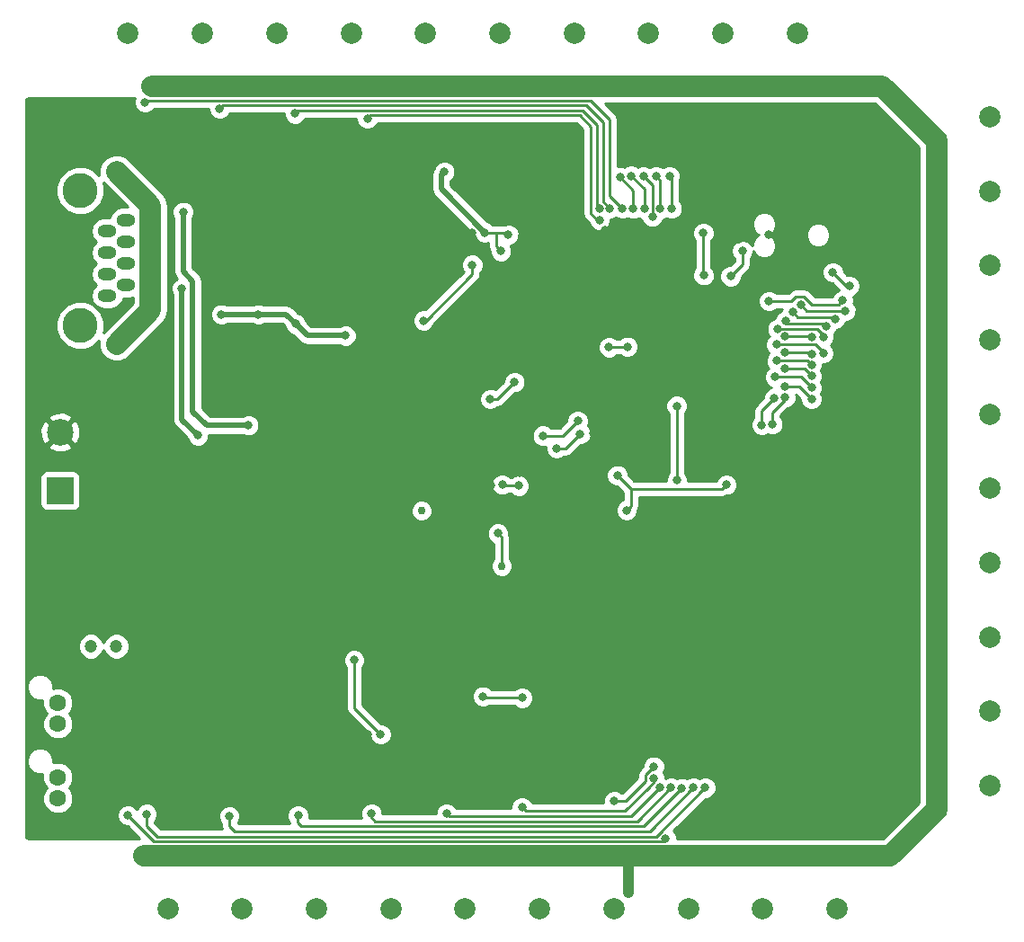
<source format=gbl>
G04 #@! TF.FileFunction,Copper,L2,Bot,Signal*
%FSLAX46Y46*%
G04 Gerber Fmt 4.6, Leading zero omitted, Abs format (unit mm)*
G04 Created by KiCad (PCBNEW 4.0.4-stable) date Saturday, 15 October 2016 'PMt' 13:44:15*
%MOMM*%
%LPD*%
G01*
G04 APERTURE LIST*
%ADD10C,0.100000*%
%ADD11C,0.500000*%
%ADD12C,0.300000*%
%ADD13C,2.000000*%
%ADD14R,2.500000X2.500000*%
%ADD15C,2.500000*%
%ADD16C,0.750000*%
%ADD17C,1.600000*%
%ADD18O,1.800000X1.200000*%
%ADD19C,3.300000*%
%ADD20C,1.200000*%
%ADD21C,0.800000*%
%ADD22C,0.250000*%
%ADD23C,0.500000*%
%ADD24C,2.000000*%
%ADD25C,1.000000*%
%ADD26C,0.254000*%
G04 APERTURE END LIST*
D10*
D11*
X74230000Y-67360000D03*
X74230000Y-68560000D03*
X75430000Y-67360000D03*
X75430000Y-68560000D03*
D12*
X86220000Y-94440000D03*
X86220000Y-93240000D03*
X85020000Y-94440000D03*
X85020000Y-93240000D03*
D11*
X50100000Y-99800000D03*
X48950000Y-99800000D03*
X47800000Y-99800000D03*
X50100000Y-100950000D03*
X48950000Y-100950000D03*
X47800000Y-100950000D03*
X50100000Y-102100000D03*
X48950000Y-102100000D03*
X47800000Y-102100000D03*
D13*
X51875000Y-126500000D03*
X54125000Y-131500000D03*
X58875000Y-126500000D03*
X61125000Y-131500000D03*
X65875000Y-126500000D03*
X68125000Y-131500000D03*
X72875000Y-126500000D03*
X75125000Y-131500000D03*
X79875000Y-126500000D03*
X82125000Y-131500000D03*
X86875000Y-126500000D03*
X89125000Y-131500000D03*
X93875000Y-126500000D03*
X96125000Y-131500000D03*
X100875000Y-126500000D03*
X103125000Y-131500000D03*
X107875000Y-126500000D03*
X110125000Y-131500000D03*
X114875000Y-126500000D03*
X117125000Y-131500000D03*
X126500000Y-122125000D03*
X131500000Y-119875000D03*
X126500000Y-115125000D03*
X131500000Y-112875000D03*
X126500000Y-108125000D03*
X131500000Y-105875000D03*
X126500000Y-101125000D03*
X131500000Y-98875000D03*
X126500000Y-94125000D03*
X131500000Y-91875000D03*
X126500000Y-87125000D03*
X131500000Y-84875000D03*
X126500000Y-80125000D03*
X131500000Y-77875000D03*
X126500000Y-73125000D03*
X131500000Y-70875000D03*
X126500000Y-66125000D03*
X131500000Y-63875000D03*
X126500000Y-59125000D03*
X131500000Y-56875000D03*
X115625000Y-54000000D03*
X113375000Y-49000000D03*
X108625000Y-54000000D03*
X106375000Y-49000000D03*
X101625000Y-54000000D03*
X99375000Y-49000000D03*
X94625000Y-54000000D03*
X92375000Y-49000000D03*
X87625000Y-54000000D03*
X85375000Y-49000000D03*
X80625000Y-54000000D03*
X78375000Y-49000000D03*
X73625000Y-54000000D03*
X71375000Y-49000000D03*
X66625000Y-54000000D03*
X64375000Y-49000000D03*
X59625000Y-54000000D03*
X57375000Y-49000000D03*
X52625000Y-54000000D03*
X50375000Y-49000000D03*
D14*
X43960000Y-92090000D03*
D15*
X43960000Y-86590000D03*
D16*
X85570000Y-99190000D03*
X78000000Y-94000000D03*
D11*
X77340000Y-108910000D03*
X77340000Y-109710000D03*
X77340000Y-110510000D03*
X77340000Y-111310000D03*
X78140000Y-108910000D03*
X78140000Y-109710000D03*
X78140000Y-110510000D03*
X78140000Y-111310000D03*
X78940000Y-108910000D03*
X78940000Y-109710000D03*
X78940000Y-110510000D03*
X78940000Y-111310000D03*
D17*
X43760000Y-112080000D03*
X43760000Y-114080000D03*
X43760000Y-119080000D03*
X43760000Y-121080000D03*
D13*
X49289000Y-62048000D03*
D18*
X50178000Y-66620000D03*
X50178000Y-68652000D03*
X50178000Y-70684000D03*
X50178000Y-72716000D03*
X48400000Y-69668000D03*
X48400000Y-71700000D03*
X48400000Y-67636000D03*
X48400000Y-73732000D03*
D19*
X45860000Y-76526000D03*
X45860000Y-63826000D03*
D13*
X49289000Y-78304000D03*
D20*
X49270000Y-106760000D03*
X46870000Y-106760000D03*
D21*
X58550000Y-61600000D03*
X76750000Y-60350000D03*
X75150000Y-76900000D03*
X68000000Y-63500000D03*
X72900000Y-115050000D03*
X83310000Y-87650000D03*
X78400000Y-88820000D03*
X95320000Y-67560000D03*
X76970000Y-95750000D03*
X74380000Y-101410000D03*
X56460000Y-121210000D03*
X97210000Y-98750000D03*
X107870000Y-68430000D03*
X102080000Y-67740000D03*
X114510000Y-72520000D03*
X94170000Y-86650000D03*
X82720000Y-67820000D03*
X87260000Y-90430000D03*
X82740000Y-98640000D03*
X83370000Y-90110000D03*
X84570000Y-91590000D03*
X83890000Y-98640000D03*
X84350000Y-97490000D03*
X84050000Y-96580000D03*
X73340000Y-105180000D03*
X73420000Y-104290000D03*
X74370000Y-104410000D03*
X88670000Y-116520000D03*
X89610000Y-116520000D03*
X89770000Y-115660000D03*
X89770000Y-114350000D03*
X89650000Y-113190000D03*
X76350000Y-114460000D03*
X83080000Y-109360000D03*
X82260000Y-108550000D03*
X75740000Y-75290000D03*
X44500000Y-109140000D03*
X50190000Y-120220000D03*
X50870000Y-113880000D03*
X50600000Y-117900000D03*
X57240000Y-117030000D03*
X58210000Y-112320000D03*
X44120000Y-103940000D03*
X46830000Y-98670000D03*
X54140000Y-103450000D03*
X52660000Y-102360000D03*
X51670000Y-102360000D03*
X51320000Y-103950000D03*
X52300000Y-103060000D03*
X50720000Y-102990000D03*
X71500000Y-74200000D03*
X110720000Y-68000000D03*
X108120000Y-90600000D03*
X98420000Y-72300000D03*
X95720000Y-76600000D03*
X88520000Y-72400000D03*
X88520000Y-74300000D03*
X88220000Y-82900000D03*
X95620000Y-81600000D03*
X91520000Y-77800000D03*
X84620000Y-78300000D03*
X97390000Y-78550000D03*
X95670000Y-78600000D03*
X108220000Y-69500000D03*
X107120000Y-71900000D03*
X80150000Y-62050000D03*
X97320000Y-93950000D03*
X106720000Y-91540000D03*
X96440000Y-90650000D03*
X92960000Y-86740000D03*
X90720000Y-88110000D03*
X85490000Y-69540000D03*
X86170000Y-68000000D03*
X83950000Y-67770000D03*
X82790000Y-70830000D03*
X78200000Y-76070000D03*
X85600000Y-91540000D03*
X85200000Y-96130000D03*
X87170000Y-91640000D03*
X61700000Y-85950000D03*
X55550000Y-65850000D03*
X56950000Y-86900000D03*
X55450000Y-73050000D03*
X97460000Y-129980000D03*
X97460000Y-128810000D03*
X97460000Y-127550000D03*
X97460000Y-126310000D03*
X83800000Y-111480000D03*
X87480000Y-111610000D03*
X86760000Y-81880000D03*
X84460000Y-83480000D03*
X92710000Y-85540000D03*
X89430000Y-86920000D03*
X118320000Y-72810000D03*
X116740000Y-71530000D03*
X70850000Y-77500000D03*
X59150000Y-75500000D03*
X62650000Y-75500000D03*
X66150000Y-76400000D03*
X74150000Y-115050000D03*
X71660000Y-108070000D03*
X104580000Y-71810000D03*
X104550000Y-67820000D03*
X102030000Y-84110000D03*
X102060000Y-91130000D03*
X100990000Y-124850000D03*
X50350000Y-122680000D03*
X104720000Y-120080000D03*
X52120000Y-122560000D03*
X103620000Y-120090000D03*
X59910000Y-122750000D03*
X102520000Y-120140000D03*
X66380000Y-122710000D03*
X101490000Y-120090000D03*
X73290000Y-122500000D03*
X100420000Y-120070000D03*
X80370000Y-122500000D03*
X99900000Y-119180000D03*
X87460000Y-121930000D03*
X99890000Y-118080000D03*
X96150000Y-121310000D03*
X110040000Y-85890000D03*
X111250000Y-83370000D03*
X111060000Y-85840000D03*
X112250000Y-83330000D03*
X112230000Y-82270000D03*
X114740000Y-83460000D03*
X111320000Y-81370000D03*
X114740000Y-82390000D03*
X112210000Y-80630000D03*
X114730000Y-81290000D03*
X111450000Y-79870000D03*
X114740000Y-80230000D03*
X112260000Y-79090000D03*
X114750000Y-79200000D03*
X115830000Y-79160000D03*
X111420000Y-78330000D03*
X114740000Y-77600000D03*
X112230000Y-77590000D03*
X115830000Y-77620000D03*
X111530000Y-76860000D03*
X116100000Y-76640000D03*
X112270000Y-76130000D03*
X116950000Y-75910000D03*
X112960000Y-75300000D03*
X117920000Y-75150000D03*
X113720000Y-74590000D03*
X117680000Y-74170000D03*
X110730000Y-74240000D03*
X101570000Y-65530000D03*
X101360000Y-62470000D03*
X100470000Y-65530000D03*
X100090000Y-62490000D03*
X99740000Y-66300000D03*
X98890000Y-62490000D03*
X98990000Y-65510000D03*
X97750000Y-62450000D03*
X97940000Y-65520000D03*
X96690000Y-62540000D03*
X94750000Y-66590000D03*
X72910000Y-57030000D03*
X94750000Y-65550000D03*
X66110000Y-56580000D03*
X95750000Y-65510000D03*
X59000000Y-56120000D03*
X96900000Y-65530000D03*
X51960000Y-55540000D03*
D22*
X113220000Y-68000000D02*
X114510000Y-69290000D01*
X114510000Y-69290000D02*
X114510000Y-72520000D01*
X110720000Y-68000000D02*
X113220000Y-68000000D01*
X83370000Y-90110000D02*
X83370000Y-90390000D01*
X83370000Y-90390000D02*
X84570000Y-91590000D01*
X95670000Y-78600000D02*
X97340000Y-78600000D01*
X97340000Y-78600000D02*
X97390000Y-78550000D01*
X107120000Y-71900000D02*
X108220000Y-70800000D01*
X108220000Y-70800000D02*
X108220000Y-69500000D01*
D23*
X79870000Y-63690000D02*
X79870000Y-62330000D01*
X79870000Y-62330000D02*
X80150000Y-62050000D01*
D22*
X85200000Y-96130000D02*
X85550000Y-96480000D01*
X85550000Y-96480000D02*
X85550000Y-99170000D01*
X85550000Y-99170000D02*
X85570000Y-99190000D01*
X97720000Y-91930000D02*
X97720000Y-93550000D01*
X97720000Y-93550000D02*
X97320000Y-93950000D01*
X106330000Y-91930000D02*
X97720000Y-91930000D01*
X97720000Y-91930000D02*
X96440000Y-90650000D01*
X106720000Y-91540000D02*
X106330000Y-91930000D01*
X90720000Y-88110000D02*
X91590000Y-88110000D01*
X91590000Y-88110000D02*
X92960000Y-86740000D01*
X85030000Y-67770000D02*
X85940000Y-67770000D01*
X83950000Y-67770000D02*
X85030000Y-67770000D01*
X85030000Y-67770000D02*
X85030000Y-69080000D01*
X85030000Y-69080000D02*
X85490000Y-69540000D01*
X85940000Y-67770000D02*
X86170000Y-68000000D01*
D23*
X79870000Y-63690000D02*
X83950000Y-67770000D01*
D22*
X78430000Y-76070000D02*
X82790000Y-71710000D01*
X82790000Y-71710000D02*
X82790000Y-70830000D01*
X78200000Y-76070000D02*
X78430000Y-76070000D01*
X85600000Y-91540000D02*
X85700000Y-91640000D01*
X85700000Y-91640000D02*
X87170000Y-91640000D01*
D23*
X55550000Y-65850000D02*
X55550000Y-71450000D01*
X55550000Y-71450000D02*
X56450000Y-72350000D01*
X56450000Y-84650000D02*
X57750000Y-85950000D01*
X57750000Y-85950000D02*
X61700000Y-85950000D01*
X56450000Y-72350000D02*
X56450000Y-84650000D01*
X55450000Y-82900000D02*
X55450000Y-85400000D01*
X55450000Y-85400000D02*
X56950000Y-86900000D01*
X55450000Y-73050000D02*
X55450000Y-82900000D01*
D24*
X93875000Y-126500000D02*
X95830000Y-126500000D01*
X95830000Y-126500000D02*
X97740000Y-126500000D01*
D25*
X96020000Y-126310000D02*
X95830000Y-126500000D01*
X97460000Y-126310000D02*
X96020000Y-126310000D01*
X97460000Y-127550000D02*
X97460000Y-128810000D01*
X97460000Y-126310000D02*
X97460000Y-127550000D01*
X97460000Y-128810000D02*
X97460000Y-129980000D01*
D24*
X97740000Y-126500000D02*
X100875000Y-126500000D01*
X79875000Y-126500000D02*
X86875000Y-126500000D01*
X72875000Y-126500000D02*
X79875000Y-126500000D01*
X65875000Y-126500000D02*
X72875000Y-126500000D01*
X58875000Y-126500000D02*
X65875000Y-126500000D01*
X51875000Y-126500000D02*
X58875000Y-126500000D01*
X107875000Y-126500000D02*
X114875000Y-126500000D01*
X100875000Y-126500000D02*
X107875000Y-126500000D01*
X86875000Y-126500000D02*
X93875000Y-126500000D01*
X114875000Y-126500000D02*
X122125000Y-126500000D01*
X122125000Y-126500000D02*
X126500000Y-122125000D01*
X126500000Y-115125000D02*
X126500000Y-122125000D01*
X126500000Y-108125000D02*
X126500000Y-115125000D01*
X126500000Y-101125000D02*
X126500000Y-108125000D01*
X126500000Y-94125000D02*
X126500000Y-101125000D01*
X126500000Y-87125000D02*
X126500000Y-94125000D01*
X126500000Y-80125000D02*
X126500000Y-87125000D01*
X126500000Y-73125000D02*
X126500000Y-80125000D01*
X126500000Y-66125000D02*
X126500000Y-73125000D01*
X126500000Y-59125000D02*
X126500000Y-66125000D01*
X115625000Y-54000000D02*
X121375000Y-54000000D01*
X121375000Y-54000000D02*
X126500000Y-59125000D01*
X108625000Y-54000000D02*
X115625000Y-54000000D01*
X101625000Y-54000000D02*
X108625000Y-54000000D01*
X94625000Y-54000000D02*
X101625000Y-54000000D01*
X87625000Y-54000000D02*
X94625000Y-54000000D01*
X80625000Y-54000000D02*
X87625000Y-54000000D01*
X73625000Y-54000000D02*
X80625000Y-54000000D01*
X66625000Y-54000000D02*
X73625000Y-54000000D01*
X59625000Y-54000000D02*
X66625000Y-54000000D01*
X52625000Y-54000000D02*
X59625000Y-54000000D01*
D22*
X87480000Y-111610000D02*
X83930000Y-111610000D01*
X83930000Y-111610000D02*
X83800000Y-111480000D01*
X84460000Y-83480000D02*
X85160000Y-83480000D01*
X85160000Y-83480000D02*
X86760000Y-81880000D01*
X89430000Y-86920000D02*
X91330000Y-86920000D01*
X91330000Y-86920000D02*
X92710000Y-85540000D01*
X118320000Y-72810000D02*
X118020000Y-72810000D01*
X118020000Y-72810000D02*
X116740000Y-71530000D01*
D24*
X52470000Y-65229000D02*
X52470000Y-75123000D01*
X52470000Y-75123000D02*
X49289000Y-78304000D01*
X49289000Y-62048000D02*
X52470000Y-65229000D01*
D23*
X70850000Y-77500000D02*
X67250000Y-77500000D01*
X67250000Y-77500000D02*
X66150000Y-76400000D01*
X62650000Y-75500000D02*
X65250000Y-75500000D01*
X65250000Y-75500000D02*
X66150000Y-76400000D01*
X59150000Y-75500000D02*
X62650000Y-75500000D01*
D22*
X71660000Y-110860000D02*
X71660000Y-112560000D01*
X71660000Y-112560000D02*
X74150000Y-115050000D01*
X71660000Y-110860000D02*
X71660000Y-108070000D01*
X104550000Y-67820000D02*
X104550000Y-71780000D01*
X104550000Y-71780000D02*
X104580000Y-71810000D01*
X102030000Y-84110000D02*
X102030000Y-84450000D01*
X102060000Y-91130000D02*
X102060000Y-84480000D01*
X92450000Y-125140000D02*
X100700000Y-125140000D01*
X100700000Y-125140000D02*
X100990000Y-124850000D01*
X60280000Y-125140000D02*
X92450000Y-125140000D01*
X52810000Y-125140000D02*
X60280000Y-125140000D01*
X50350000Y-122680000D02*
X52810000Y-125140000D01*
X92430000Y-124680000D02*
X100120000Y-124680000D01*
X100120000Y-124680000D02*
X104720000Y-120080000D01*
X58390000Y-124680000D02*
X92430000Y-124680000D01*
X53110000Y-124680000D02*
X58390000Y-124680000D01*
X52140000Y-123710000D02*
X53110000Y-124680000D01*
X52140000Y-122580000D02*
X52140000Y-123710000D01*
X52120000Y-122560000D02*
X52140000Y-122580000D01*
X92500000Y-124200000D02*
X99510000Y-124200000D01*
X99510000Y-124200000D02*
X103620000Y-120090000D01*
X60440000Y-124200000D02*
X92500000Y-124200000D01*
X59930000Y-123690000D02*
X60440000Y-124200000D01*
X59930000Y-122770000D02*
X59930000Y-123690000D01*
X59910000Y-122750000D02*
X59930000Y-122770000D01*
X92490000Y-123720000D02*
X98940000Y-123720000D01*
X98940000Y-123720000D02*
X102520000Y-120140000D01*
X66710000Y-123720000D02*
X92490000Y-123720000D01*
X66340000Y-123350000D02*
X66710000Y-123720000D01*
X66340000Y-122750000D02*
X66340000Y-123350000D01*
X66380000Y-122710000D02*
X66340000Y-122750000D01*
X92540000Y-123240000D02*
X98340000Y-123240000D01*
X98340000Y-123240000D02*
X101490000Y-120090000D01*
X73650000Y-123240000D02*
X92540000Y-123240000D01*
X73280000Y-122870000D02*
X73650000Y-123240000D01*
X73280000Y-122510000D02*
X73280000Y-122870000D01*
X73290000Y-122500000D02*
X73280000Y-122510000D01*
X97430000Y-122750000D02*
X97740000Y-122750000D01*
X97740000Y-122750000D02*
X100420000Y-120070000D01*
X92480000Y-122750000D02*
X97430000Y-122750000D01*
X80620000Y-122750000D02*
X92480000Y-122750000D01*
X80370000Y-122500000D02*
X80620000Y-122750000D01*
X99400000Y-120040000D02*
X99900000Y-119540000D01*
X99900000Y-119540000D02*
X99900000Y-119180000D01*
X92540000Y-122280000D02*
X97160000Y-122280000D01*
X97160000Y-122280000D02*
X99400000Y-120040000D01*
X87810000Y-122280000D02*
X92540000Y-122280000D01*
X87460000Y-121930000D02*
X87810000Y-122280000D01*
X99100000Y-119430000D02*
X99100000Y-118870000D01*
X99100000Y-118870000D02*
X99890000Y-118080000D01*
X97220000Y-121310000D02*
X99100000Y-119430000D01*
X96150000Y-121310000D02*
X97220000Y-121310000D01*
X111250000Y-83370000D02*
X110040000Y-84580000D01*
X110040000Y-84580000D02*
X110040000Y-85890000D01*
X112250000Y-83520000D02*
X111060000Y-84710000D01*
X111060000Y-84710000D02*
X111060000Y-85840000D01*
X112250000Y-83330000D02*
X112250000Y-83520000D01*
X114740000Y-83460000D02*
X113550000Y-82270000D01*
X113550000Y-82270000D02*
X112230000Y-82270000D01*
X114740000Y-82390000D02*
X113720000Y-81370000D01*
X113720000Y-81370000D02*
X111320000Y-81370000D01*
X114730000Y-81290000D02*
X114070000Y-80630000D01*
X114070000Y-80630000D02*
X112210000Y-80630000D01*
X114360000Y-79850000D02*
X111470000Y-79850000D01*
X111470000Y-79850000D02*
X111450000Y-79870000D01*
X114740000Y-80230000D02*
X114360000Y-79850000D01*
X114750000Y-79200000D02*
X114640000Y-79090000D01*
X114640000Y-79090000D02*
X112260000Y-79090000D01*
X115120000Y-78330000D02*
X115830000Y-79040000D01*
X115830000Y-79040000D02*
X115830000Y-79160000D01*
X111420000Y-78330000D02*
X115120000Y-78330000D01*
X112230000Y-77590000D02*
X114730000Y-77590000D01*
X114730000Y-77590000D02*
X114740000Y-77600000D01*
X115240000Y-76860000D02*
X115830000Y-77450000D01*
X115830000Y-77450000D02*
X115830000Y-77620000D01*
X111530000Y-76860000D02*
X115240000Y-76860000D01*
X112480000Y-76340000D02*
X115800000Y-76340000D01*
X115800000Y-76340000D02*
X116100000Y-76640000D01*
X112270000Y-76130000D02*
X112480000Y-76340000D01*
X113430000Y-75770000D02*
X116810000Y-75770000D01*
X116810000Y-75770000D02*
X116950000Y-75910000D01*
X112960000Y-75300000D02*
X113430000Y-75770000D01*
X114270000Y-75140000D02*
X117910000Y-75140000D01*
X117910000Y-75140000D02*
X117920000Y-75150000D01*
X113720000Y-74590000D02*
X114270000Y-75140000D01*
X114790000Y-74580000D02*
X117270000Y-74580000D01*
X117270000Y-74580000D02*
X117680000Y-74170000D01*
X114020000Y-73810000D02*
X114790000Y-74580000D01*
X113270000Y-73810000D02*
X114020000Y-73810000D01*
X112840000Y-74240000D02*
X113270000Y-73810000D01*
X110730000Y-74240000D02*
X112840000Y-74240000D01*
X101360000Y-62470000D02*
X101570000Y-62680000D01*
X101570000Y-62680000D02*
X101570000Y-65530000D01*
X100090000Y-62490000D02*
X100470000Y-62870000D01*
X100470000Y-62870000D02*
X100470000Y-65530000D01*
X98890000Y-62490000D02*
X99740000Y-63340000D01*
X99740000Y-63340000D02*
X99740000Y-66300000D01*
X97750000Y-62450000D02*
X98990000Y-63690000D01*
X98990000Y-63690000D02*
X98990000Y-65510000D01*
X96690000Y-62540000D02*
X97940000Y-63790000D01*
X97940000Y-63790000D02*
X97940000Y-65520000D01*
X94750000Y-66590000D02*
X94570000Y-66590000D01*
X93970000Y-65990000D02*
X93970000Y-57800000D01*
X94570000Y-66590000D02*
X93970000Y-65990000D01*
X73200000Y-56740000D02*
X92910000Y-56740000D01*
X93970000Y-57800000D02*
X92910000Y-56740000D01*
X72910000Y-57030000D02*
X73200000Y-56740000D01*
X94550000Y-65350000D02*
X94550000Y-57620000D01*
X94750000Y-65550000D02*
X94550000Y-65350000D01*
X66420000Y-56270000D02*
X93200000Y-56270000D01*
X94550000Y-57620000D02*
X93200000Y-56270000D01*
X66110000Y-56580000D02*
X66420000Y-56270000D01*
X95750000Y-65510000D02*
X95130000Y-64890000D01*
X95130000Y-64890000D02*
X95130000Y-57390000D01*
X95130000Y-57390000D02*
X93530000Y-55790000D01*
X93530000Y-55790000D02*
X59330000Y-55790000D01*
X59330000Y-55790000D02*
X59300000Y-55820000D01*
X59300000Y-55820000D02*
X59000000Y-56120000D01*
X52170000Y-55330000D02*
X93920000Y-55330000D01*
X95700000Y-64300000D02*
X95700000Y-57110000D01*
X95700000Y-57110000D02*
X93920000Y-55330000D01*
X96900000Y-65500000D02*
X95700000Y-64300000D01*
X96900000Y-65530000D02*
X96900000Y-65500000D01*
X51960000Y-55540000D02*
X52170000Y-55330000D01*
D26*
G36*
X50925180Y-55333223D02*
X50924821Y-55744971D01*
X51082058Y-56125515D01*
X51372954Y-56416919D01*
X51753223Y-56574820D01*
X52164971Y-56575179D01*
X52545515Y-56417942D01*
X52836919Y-56127046D01*
X52852302Y-56090000D01*
X57965026Y-56090000D01*
X57964821Y-56324971D01*
X58122058Y-56705515D01*
X58412954Y-56996919D01*
X58793223Y-57154820D01*
X59204971Y-57155179D01*
X59585515Y-56997942D01*
X59876919Y-56707046D01*
X59942130Y-56550000D01*
X65075026Y-56550000D01*
X65074821Y-56784971D01*
X65232058Y-57165515D01*
X65522954Y-57456919D01*
X65903223Y-57614820D01*
X66314971Y-57615179D01*
X66695515Y-57457942D01*
X66986919Y-57167046D01*
X67043825Y-57030000D01*
X71875000Y-57030000D01*
X71874821Y-57234971D01*
X72032058Y-57615515D01*
X72322954Y-57906919D01*
X72703223Y-58064820D01*
X73114971Y-58065179D01*
X73495515Y-57907942D01*
X73786919Y-57617046D01*
X73835521Y-57500000D01*
X92595198Y-57500000D01*
X93210000Y-58114802D01*
X93210000Y-65990000D01*
X93267852Y-66280839D01*
X93432599Y-66527401D01*
X93725138Y-66819940D01*
X93872058Y-67175515D01*
X94162954Y-67466919D01*
X94543223Y-67624820D01*
X94954971Y-67625179D01*
X95335515Y-67467942D01*
X95626919Y-67177046D01*
X95784820Y-66796777D01*
X95785039Y-66545031D01*
X95954971Y-66545179D01*
X96306130Y-66400083D01*
X96312954Y-66406919D01*
X96693223Y-66564820D01*
X97104971Y-66565179D01*
X97432377Y-66429898D01*
X97733223Y-66554820D01*
X98144971Y-66555179D01*
X98477389Y-66417827D01*
X98708459Y-66513775D01*
X98862058Y-66885515D01*
X99152954Y-67176919D01*
X99533223Y-67334820D01*
X99944971Y-67335179D01*
X100325515Y-67177942D01*
X100616919Y-66887046D01*
X100766226Y-66527473D01*
X101020380Y-66422460D01*
X101363223Y-66564820D01*
X101774971Y-66565179D01*
X102155515Y-66407942D01*
X102446919Y-66117046D01*
X102604820Y-65736777D01*
X102605179Y-65325029D01*
X102447942Y-64944485D01*
X102330000Y-64826337D01*
X102330000Y-62832881D01*
X102394820Y-62676777D01*
X102395179Y-62265029D01*
X102237942Y-61884485D01*
X101947046Y-61593081D01*
X101566777Y-61435180D01*
X101155029Y-61434821D01*
X100774485Y-61592058D01*
X100715169Y-61651271D01*
X100677046Y-61613081D01*
X100296777Y-61455180D01*
X99885029Y-61454821D01*
X99504485Y-61612058D01*
X99490230Y-61626288D01*
X99477046Y-61613081D01*
X99096777Y-61455180D01*
X98685029Y-61454821D01*
X98355084Y-61591151D01*
X98337046Y-61573081D01*
X97956777Y-61415180D01*
X97545029Y-61414821D01*
X97164485Y-61572058D01*
X97133156Y-61603333D01*
X96896777Y-61505180D01*
X96485029Y-61504821D01*
X96460000Y-61515163D01*
X96460000Y-57110000D01*
X96402148Y-56819161D01*
X96237401Y-56572599D01*
X95299802Y-55635000D01*
X101623573Y-55635000D01*
X101948795Y-55635284D01*
X101949482Y-55635000D01*
X108623573Y-55635000D01*
X108948795Y-55635284D01*
X108949482Y-55635000D01*
X115623573Y-55635000D01*
X115948795Y-55635284D01*
X115949482Y-55635000D01*
X120697760Y-55635000D01*
X124865000Y-59802239D01*
X124865000Y-66123574D01*
X124864716Y-66448795D01*
X124865000Y-66449482D01*
X124865000Y-73123574D01*
X124864716Y-73448795D01*
X124865000Y-73449482D01*
X124865000Y-80123574D01*
X124864716Y-80448795D01*
X124865000Y-80449482D01*
X124865000Y-87123574D01*
X124864716Y-87448795D01*
X124865000Y-87449482D01*
X124865000Y-94123574D01*
X124864716Y-94448795D01*
X124865000Y-94449482D01*
X124865000Y-101123574D01*
X124864716Y-101448795D01*
X124865000Y-101449482D01*
X124865000Y-108123574D01*
X124864716Y-108448795D01*
X124865000Y-108449482D01*
X124865000Y-115123574D01*
X124864716Y-115448795D01*
X124865000Y-115449482D01*
X124865000Y-121447761D01*
X121447760Y-124865000D01*
X114876426Y-124865000D01*
X114551205Y-124864716D01*
X114550518Y-124865000D01*
X107876426Y-124865000D01*
X107551205Y-124864716D01*
X107550518Y-124865000D01*
X102024987Y-124865000D01*
X102025179Y-124645029D01*
X101867942Y-124264485D01*
X101739242Y-124135560D01*
X104759767Y-121115035D01*
X104924971Y-121115179D01*
X105305515Y-120957942D01*
X105596919Y-120667046D01*
X105754820Y-120286777D01*
X105755179Y-119875029D01*
X105597942Y-119494485D01*
X105307046Y-119203081D01*
X104926777Y-119045180D01*
X104515029Y-119044821D01*
X104157549Y-119192528D01*
X103826777Y-119055180D01*
X103415029Y-119054821D01*
X103034485Y-119212058D01*
X103019704Y-119226813D01*
X102726777Y-119105180D01*
X102315029Y-119104821D01*
X102065062Y-119208105D01*
X101696777Y-119055180D01*
X101285029Y-119054821D01*
X100978799Y-119181352D01*
X100935015Y-119163171D01*
X100935179Y-118975029D01*
X100787472Y-118617549D01*
X100924820Y-118286777D01*
X100925179Y-117875029D01*
X100767942Y-117494485D01*
X100477046Y-117203081D01*
X100096777Y-117045180D01*
X99685029Y-117044821D01*
X99304485Y-117202058D01*
X99013081Y-117492954D01*
X98855180Y-117873223D01*
X98855034Y-118040164D01*
X98562599Y-118332599D01*
X98397852Y-118579161D01*
X98340000Y-118870000D01*
X98340000Y-119115197D01*
X96905198Y-120550000D01*
X96853761Y-120550000D01*
X96737046Y-120433081D01*
X96356777Y-120275180D01*
X95945029Y-120274821D01*
X95564485Y-120432058D01*
X95273081Y-120722954D01*
X95115180Y-121103223D01*
X95114821Y-121514971D01*
X95116899Y-121520000D01*
X88410463Y-121520000D01*
X88337942Y-121344485D01*
X88047046Y-121053081D01*
X87666777Y-120895180D01*
X87255029Y-120894821D01*
X86874485Y-121052058D01*
X86583081Y-121342954D01*
X86425180Y-121723223D01*
X86424947Y-121990000D01*
X81279144Y-121990000D01*
X81247942Y-121914485D01*
X80957046Y-121623081D01*
X80576777Y-121465180D01*
X80165029Y-121464821D01*
X79784485Y-121622058D01*
X79493081Y-121912954D01*
X79335180Y-122293223D01*
X79335017Y-122480000D01*
X74325018Y-122480000D01*
X74325179Y-122295029D01*
X74167942Y-121914485D01*
X73877046Y-121623081D01*
X73496777Y-121465180D01*
X73085029Y-121464821D01*
X72704485Y-121622058D01*
X72413081Y-121912954D01*
X72255180Y-122293223D01*
X72254821Y-122704971D01*
X72360196Y-122960000D01*
X67396872Y-122960000D01*
X67414820Y-122916777D01*
X67415179Y-122505029D01*
X67257942Y-122124485D01*
X66967046Y-121833081D01*
X66586777Y-121675180D01*
X66175029Y-121674821D01*
X65794485Y-121832058D01*
X65503081Y-122122954D01*
X65345180Y-122503223D01*
X65344821Y-122914971D01*
X65502058Y-123295515D01*
X65585861Y-123379464D01*
X65597902Y-123440000D01*
X60754802Y-123440000D01*
X60719325Y-123404523D01*
X60786919Y-123337046D01*
X60944820Y-122956777D01*
X60945179Y-122545029D01*
X60787942Y-122164485D01*
X60497046Y-121873081D01*
X60116777Y-121715180D01*
X59705029Y-121714821D01*
X59324485Y-121872058D01*
X59033081Y-122162954D01*
X58875180Y-122543223D01*
X58874821Y-122954971D01*
X59032058Y-123335515D01*
X59170000Y-123473698D01*
X59170000Y-123690000D01*
X59215750Y-123920000D01*
X53424802Y-123920000D01*
X52900000Y-123395198D01*
X52900000Y-123243796D01*
X52996919Y-123147046D01*
X53154820Y-122766777D01*
X53155179Y-122355029D01*
X52997942Y-121974485D01*
X52707046Y-121683081D01*
X52326777Y-121525180D01*
X51915029Y-121524821D01*
X51534485Y-121682058D01*
X51243081Y-121972954D01*
X51202994Y-122069494D01*
X50937046Y-121803081D01*
X50556777Y-121645180D01*
X50145029Y-121644821D01*
X49764485Y-121802058D01*
X49473081Y-122092954D01*
X49315180Y-122473223D01*
X49314821Y-122884971D01*
X49472058Y-123265515D01*
X49762954Y-123556919D01*
X50143223Y-123714820D01*
X50310164Y-123714966D01*
X51468198Y-124873000D01*
X41012509Y-124873000D01*
X40735000Y-124817800D01*
X40735000Y-117824579D01*
X40824786Y-117824579D01*
X41012408Y-118278657D01*
X41359515Y-118626371D01*
X41813266Y-118814785D01*
X42304579Y-118815214D01*
X42325238Y-118806678D01*
X42324752Y-119364187D01*
X42542757Y-119891800D01*
X42730603Y-120079974D01*
X42544176Y-120266077D01*
X42325250Y-120793309D01*
X42324752Y-121364187D01*
X42542757Y-121891800D01*
X42946077Y-122295824D01*
X43473309Y-122514750D01*
X44044187Y-122515248D01*
X44571800Y-122297243D01*
X44975824Y-121893923D01*
X45194750Y-121366691D01*
X45195248Y-120795813D01*
X44977243Y-120268200D01*
X44789397Y-120080026D01*
X44975824Y-119893923D01*
X45194750Y-119366691D01*
X45195248Y-118795813D01*
X44977243Y-118268200D01*
X44573923Y-117864176D01*
X44046691Y-117645250D01*
X43475813Y-117644752D01*
X43294879Y-117719512D01*
X43295214Y-117335421D01*
X43107592Y-116881343D01*
X42760485Y-116533629D01*
X42306734Y-116345215D01*
X41815421Y-116344786D01*
X41361343Y-116532408D01*
X41013629Y-116879515D01*
X40825215Y-117333266D01*
X40824786Y-117824579D01*
X40735000Y-117824579D01*
X40735000Y-110824579D01*
X40824786Y-110824579D01*
X41012408Y-111278657D01*
X41359515Y-111626371D01*
X41813266Y-111814785D01*
X42304579Y-111815214D01*
X42325238Y-111806678D01*
X42324752Y-112364187D01*
X42542757Y-112891800D01*
X42730603Y-113079974D01*
X42544176Y-113266077D01*
X42325250Y-113793309D01*
X42324752Y-114364187D01*
X42542757Y-114891800D01*
X42946077Y-115295824D01*
X43473309Y-115514750D01*
X44044187Y-115515248D01*
X44571800Y-115297243D01*
X44975824Y-114893923D01*
X45194750Y-114366691D01*
X45195248Y-113795813D01*
X44977243Y-113268200D01*
X44789397Y-113080026D01*
X44975824Y-112893923D01*
X45194750Y-112366691D01*
X45195248Y-111795813D01*
X44977243Y-111268200D01*
X44573923Y-110864176D01*
X44046691Y-110645250D01*
X43475813Y-110644752D01*
X43294879Y-110719512D01*
X43295214Y-110335421D01*
X43107592Y-109881343D01*
X42760485Y-109533629D01*
X42306734Y-109345215D01*
X41815421Y-109344786D01*
X41361343Y-109532408D01*
X41013629Y-109879515D01*
X40825215Y-110333266D01*
X40824786Y-110824579D01*
X40735000Y-110824579D01*
X40735000Y-108274971D01*
X70624821Y-108274971D01*
X70782058Y-108655515D01*
X70900000Y-108773663D01*
X70900000Y-112560000D01*
X70957852Y-112850839D01*
X71122599Y-113097401D01*
X73114965Y-115089767D01*
X73114821Y-115254971D01*
X73272058Y-115635515D01*
X73562954Y-115926919D01*
X73943223Y-116084820D01*
X74354971Y-116085179D01*
X74735515Y-115927942D01*
X75026919Y-115637046D01*
X75184820Y-115256777D01*
X75185179Y-114845029D01*
X75027942Y-114464485D01*
X74737046Y-114173081D01*
X74356777Y-114015180D01*
X74189836Y-114015034D01*
X72420000Y-112245198D01*
X72420000Y-111684971D01*
X82764821Y-111684971D01*
X82922058Y-112065515D01*
X83212954Y-112356919D01*
X83593223Y-112514820D01*
X84004971Y-112515179D01*
X84356332Y-112370000D01*
X86776239Y-112370000D01*
X86892954Y-112486919D01*
X87273223Y-112644820D01*
X87684971Y-112645179D01*
X88065515Y-112487942D01*
X88356919Y-112197046D01*
X88514820Y-111816777D01*
X88515179Y-111405029D01*
X88357942Y-111024485D01*
X88067046Y-110733081D01*
X87686777Y-110575180D01*
X87275029Y-110574821D01*
X86894485Y-110732058D01*
X86776337Y-110850000D01*
X84633535Y-110850000D01*
X84387046Y-110603081D01*
X84006777Y-110445180D01*
X83595029Y-110444821D01*
X83214485Y-110602058D01*
X82923081Y-110892954D01*
X82765180Y-111273223D01*
X82764821Y-111684971D01*
X72420000Y-111684971D01*
X72420000Y-108773761D01*
X72536919Y-108657046D01*
X72694820Y-108276777D01*
X72695179Y-107865029D01*
X72537942Y-107484485D01*
X72247046Y-107193081D01*
X71866777Y-107035180D01*
X71455029Y-107034821D01*
X71074485Y-107192058D01*
X70783081Y-107482954D01*
X70625180Y-107863223D01*
X70624821Y-108274971D01*
X40735000Y-108274971D01*
X40735000Y-107004579D01*
X45634786Y-107004579D01*
X45822408Y-107458657D01*
X46169515Y-107806371D01*
X46623266Y-107994785D01*
X47114579Y-107995214D01*
X47568657Y-107807592D01*
X47916371Y-107460485D01*
X48070145Y-107090155D01*
X48222408Y-107458657D01*
X48569515Y-107806371D01*
X49023266Y-107994785D01*
X49514579Y-107995214D01*
X49968657Y-107807592D01*
X50316371Y-107460485D01*
X50504785Y-107006734D01*
X50505214Y-106515421D01*
X50317592Y-106061343D01*
X49970485Y-105713629D01*
X49516734Y-105525215D01*
X49025421Y-105524786D01*
X48571343Y-105712408D01*
X48223629Y-106059515D01*
X48069855Y-106429845D01*
X47917592Y-106061343D01*
X47570485Y-105713629D01*
X47116734Y-105525215D01*
X46625421Y-105524786D01*
X46171343Y-105712408D01*
X45823629Y-106059515D01*
X45635215Y-106513266D01*
X45634786Y-107004579D01*
X40735000Y-107004579D01*
X40735000Y-96334971D01*
X84164821Y-96334971D01*
X84322058Y-96715515D01*
X84612954Y-97006919D01*
X84790000Y-97080435D01*
X84790000Y-98541529D01*
X84714263Y-98617134D01*
X84560176Y-98988217D01*
X84559825Y-99390020D01*
X84713264Y-99761372D01*
X84997134Y-100045737D01*
X85368217Y-100199824D01*
X85770020Y-100200175D01*
X86141372Y-100046736D01*
X86425737Y-99762866D01*
X86579824Y-99391783D01*
X86580175Y-98989980D01*
X86426736Y-98618628D01*
X86310000Y-98501688D01*
X86310000Y-96480000D01*
X86252148Y-96189161D01*
X86234971Y-96163454D01*
X86235179Y-95925029D01*
X86077942Y-95544485D01*
X85787046Y-95253081D01*
X85406777Y-95095180D01*
X84995029Y-95094821D01*
X84614485Y-95252058D01*
X84323081Y-95542954D01*
X84165180Y-95923223D01*
X84164821Y-96334971D01*
X40735000Y-96334971D01*
X40735000Y-94200020D01*
X76989825Y-94200020D01*
X77143264Y-94571372D01*
X77427134Y-94855737D01*
X77798217Y-95009824D01*
X78200020Y-95010175D01*
X78571372Y-94856736D01*
X78855737Y-94572866D01*
X79009824Y-94201783D01*
X79010175Y-93799980D01*
X78856736Y-93428628D01*
X78572866Y-93144263D01*
X78201783Y-92990176D01*
X77799980Y-92989825D01*
X77428628Y-93143264D01*
X77144263Y-93427134D01*
X76990176Y-93798217D01*
X76989825Y-94200020D01*
X40735000Y-94200020D01*
X40735000Y-90840000D01*
X42062560Y-90840000D01*
X42062560Y-93340000D01*
X42111843Y-93587765D01*
X42252191Y-93797809D01*
X42462235Y-93938157D01*
X42710000Y-93987440D01*
X45210000Y-93987440D01*
X45457765Y-93938157D01*
X45667809Y-93797809D01*
X45808157Y-93587765D01*
X45857440Y-93340000D01*
X45857440Y-91744971D01*
X84564821Y-91744971D01*
X84722058Y-92125515D01*
X85012954Y-92416919D01*
X85393223Y-92574820D01*
X85804971Y-92575179D01*
X86185515Y-92417942D01*
X86203488Y-92400000D01*
X86466239Y-92400000D01*
X86582954Y-92516919D01*
X86963223Y-92674820D01*
X87374971Y-92675179D01*
X87755515Y-92517942D01*
X88046919Y-92227046D01*
X88204820Y-91846777D01*
X88205179Y-91435029D01*
X88047942Y-91054485D01*
X87848776Y-90854971D01*
X95404821Y-90854971D01*
X95562058Y-91235515D01*
X95852954Y-91526919D01*
X96233223Y-91684820D01*
X96400164Y-91684966D01*
X96960000Y-92244802D01*
X96960000Y-92978877D01*
X96734485Y-93072058D01*
X96443081Y-93362954D01*
X96285180Y-93743223D01*
X96284821Y-94154971D01*
X96442058Y-94535515D01*
X96732954Y-94826919D01*
X97113223Y-94984820D01*
X97524971Y-94985179D01*
X97905515Y-94827942D01*
X98196919Y-94537046D01*
X98354820Y-94156777D01*
X98355008Y-93941322D01*
X98422148Y-93840840D01*
X98458286Y-93659161D01*
X98480000Y-93550000D01*
X98480000Y-92690000D01*
X106330000Y-92690000D01*
X106620839Y-92632148D01*
X106706385Y-92574988D01*
X106924971Y-92575179D01*
X107305515Y-92417942D01*
X107596919Y-92127046D01*
X107754820Y-91746777D01*
X107755179Y-91335029D01*
X107597942Y-90954485D01*
X107307046Y-90663081D01*
X106926777Y-90505180D01*
X106515029Y-90504821D01*
X106134485Y-90662058D01*
X105843081Y-90952954D01*
X105752956Y-91170000D01*
X103094965Y-91170000D01*
X103095179Y-90925029D01*
X102937942Y-90544485D01*
X102820000Y-90426337D01*
X102820000Y-86094971D01*
X109004821Y-86094971D01*
X109162058Y-86475515D01*
X109452954Y-86766919D01*
X109833223Y-86924820D01*
X110244971Y-86925179D01*
X110610637Y-86774090D01*
X110853223Y-86874820D01*
X111264971Y-86875179D01*
X111645515Y-86717942D01*
X111936919Y-86427046D01*
X112094820Y-86046777D01*
X112095179Y-85635029D01*
X111937942Y-85254485D01*
X111820000Y-85136337D01*
X111820000Y-85024802D01*
X112496981Y-84347821D01*
X112835515Y-84207942D01*
X113126919Y-83917046D01*
X113284820Y-83536777D01*
X113285179Y-83125029D01*
X113253459Y-83048261D01*
X113704965Y-83499767D01*
X113704821Y-83664971D01*
X113862058Y-84045515D01*
X114152954Y-84336919D01*
X114533223Y-84494820D01*
X114944971Y-84495179D01*
X115325515Y-84337942D01*
X115616919Y-84047046D01*
X115774820Y-83666777D01*
X115775179Y-83255029D01*
X115638673Y-82924657D01*
X115774820Y-82596777D01*
X115775179Y-82185029D01*
X115627472Y-81827549D01*
X115764820Y-81496777D01*
X115765179Y-81085029D01*
X115635731Y-80771741D01*
X115774820Y-80436777D01*
X115775031Y-80194952D01*
X116034971Y-80195179D01*
X116415515Y-80037942D01*
X116706919Y-79747046D01*
X116864820Y-79366777D01*
X116865179Y-78955029D01*
X116707942Y-78574485D01*
X116523712Y-78389933D01*
X116706919Y-78207046D01*
X116864820Y-77826777D01*
X116865179Y-77415029D01*
X116842819Y-77360913D01*
X116976919Y-77227046D01*
X117093982Y-76945126D01*
X117154971Y-76945179D01*
X117535515Y-76787942D01*
X117826919Y-76497046D01*
X117956478Y-76185032D01*
X118124971Y-76185179D01*
X118505515Y-76027942D01*
X118796919Y-75737046D01*
X118954820Y-75356777D01*
X118955179Y-74945029D01*
X118797942Y-74564485D01*
X118684192Y-74450537D01*
X118714820Y-74376777D01*
X118715179Y-73965029D01*
X118645142Y-73795526D01*
X118905515Y-73687942D01*
X119196919Y-73397046D01*
X119354820Y-73016777D01*
X119355179Y-72605029D01*
X119197942Y-72224485D01*
X118907046Y-71933081D01*
X118526777Y-71775180D01*
X118115029Y-71774821D01*
X118075823Y-71791021D01*
X117775035Y-71490233D01*
X117775179Y-71325029D01*
X117617942Y-70944485D01*
X117327046Y-70653081D01*
X116946777Y-70495180D01*
X116535029Y-70494821D01*
X116154485Y-70652058D01*
X115863081Y-70942954D01*
X115705180Y-71323223D01*
X115704821Y-71734971D01*
X115862058Y-72115515D01*
X116152954Y-72406919D01*
X116533223Y-72564820D01*
X116700164Y-72564966D01*
X117329960Y-73194762D01*
X117094485Y-73292058D01*
X116803081Y-73582954D01*
X116704651Y-73820000D01*
X115104802Y-73820000D01*
X114557401Y-73272599D01*
X114310839Y-73107852D01*
X114020000Y-73050000D01*
X113270000Y-73050000D01*
X112979161Y-73107852D01*
X112732599Y-73272599D01*
X112525198Y-73480000D01*
X111433761Y-73480000D01*
X111317046Y-73363081D01*
X110936777Y-73205180D01*
X110525029Y-73204821D01*
X110144485Y-73362058D01*
X109853081Y-73652954D01*
X109695180Y-74033223D01*
X109694821Y-74444971D01*
X109852058Y-74825515D01*
X110142954Y-75116919D01*
X110523223Y-75274820D01*
X110934971Y-75275179D01*
X111315515Y-75117942D01*
X111433663Y-75000000D01*
X111963889Y-75000000D01*
X111925180Y-75093223D01*
X111925128Y-75152627D01*
X111684485Y-75252058D01*
X111393081Y-75542954D01*
X111265894Y-75849255D01*
X110944485Y-75982058D01*
X110653081Y-76272954D01*
X110495180Y-76653223D01*
X110494821Y-77064971D01*
X110652058Y-77445515D01*
X110746384Y-77540006D01*
X110543081Y-77742954D01*
X110385180Y-78123223D01*
X110384821Y-78534971D01*
X110542058Y-78915515D01*
X110741262Y-79115067D01*
X110573081Y-79282954D01*
X110415180Y-79663223D01*
X110414821Y-80074971D01*
X110572058Y-80455515D01*
X110671401Y-80555032D01*
X110443081Y-80782954D01*
X110285180Y-81163223D01*
X110284821Y-81574971D01*
X110442058Y-81955515D01*
X110732954Y-82246919D01*
X110994714Y-82355611D01*
X110664485Y-82492058D01*
X110373081Y-82782954D01*
X110215180Y-83163223D01*
X110215034Y-83330164D01*
X109502599Y-84042599D01*
X109337852Y-84289161D01*
X109280000Y-84580000D01*
X109280000Y-85186239D01*
X109163081Y-85302954D01*
X109005180Y-85683223D01*
X109004821Y-86094971D01*
X102820000Y-86094971D01*
X102820000Y-84783813D01*
X102906919Y-84697046D01*
X103064820Y-84316777D01*
X103065179Y-83905029D01*
X102907942Y-83524485D01*
X102617046Y-83233081D01*
X102236777Y-83075180D01*
X101825029Y-83074821D01*
X101444485Y-83232058D01*
X101153081Y-83522954D01*
X100995180Y-83903223D01*
X100994821Y-84314971D01*
X101152058Y-84695515D01*
X101300000Y-84843715D01*
X101300000Y-90426239D01*
X101183081Y-90542954D01*
X101025180Y-90923223D01*
X101024965Y-91170000D01*
X98034802Y-91170000D01*
X97475035Y-90610233D01*
X97475179Y-90445029D01*
X97317942Y-90064485D01*
X97027046Y-89773081D01*
X96646777Y-89615180D01*
X96235029Y-89614821D01*
X95854485Y-89772058D01*
X95563081Y-90062954D01*
X95405180Y-90443223D01*
X95404821Y-90854971D01*
X87848776Y-90854971D01*
X87757046Y-90763081D01*
X87376777Y-90605180D01*
X86965029Y-90604821D01*
X86584485Y-90762058D01*
X86466337Y-90880000D01*
X86403587Y-90880000D01*
X86187046Y-90663081D01*
X85806777Y-90505180D01*
X85395029Y-90504821D01*
X85014485Y-90662058D01*
X84723081Y-90952954D01*
X84565180Y-91333223D01*
X84564821Y-91744971D01*
X45857440Y-91744971D01*
X45857440Y-90840000D01*
X45808157Y-90592235D01*
X45667809Y-90382191D01*
X45457765Y-90241843D01*
X45210000Y-90192560D01*
X42710000Y-90192560D01*
X42462235Y-90241843D01*
X42252191Y-90382191D01*
X42111843Y-90592235D01*
X42062560Y-90840000D01*
X40735000Y-90840000D01*
X40735000Y-87923320D01*
X42806285Y-87923320D01*
X42935533Y-88216123D01*
X43635806Y-88484388D01*
X44385435Y-88464250D01*
X44984467Y-88216123D01*
X45113715Y-87923320D01*
X43960000Y-86769605D01*
X42806285Y-87923320D01*
X40735000Y-87923320D01*
X40735000Y-86265806D01*
X42065612Y-86265806D01*
X42085750Y-87015435D01*
X42333877Y-87614467D01*
X42626680Y-87743715D01*
X43780395Y-86590000D01*
X44139605Y-86590000D01*
X45293320Y-87743715D01*
X45586123Y-87614467D01*
X45854388Y-86914194D01*
X45834250Y-86164565D01*
X45586123Y-85565533D01*
X45293320Y-85436285D01*
X44139605Y-86590000D01*
X43780395Y-86590000D01*
X42626680Y-85436285D01*
X42333877Y-85565533D01*
X42065612Y-86265806D01*
X40735000Y-86265806D01*
X40735000Y-85256680D01*
X42806285Y-85256680D01*
X43960000Y-86410395D01*
X45113715Y-85256680D01*
X44984467Y-84963877D01*
X44284194Y-84695612D01*
X43534565Y-84715750D01*
X42935533Y-84963877D01*
X42806285Y-85256680D01*
X40735000Y-85256680D01*
X40735000Y-64278521D01*
X43574604Y-64278521D01*
X43921742Y-65118658D01*
X44563961Y-65761999D01*
X45403491Y-66110603D01*
X46312521Y-66111396D01*
X47152658Y-65764258D01*
X47795999Y-65122039D01*
X48144603Y-64282509D01*
X48145396Y-63373479D01*
X48034837Y-63105906D01*
X48361637Y-63433278D01*
X48362323Y-63433563D01*
X50313761Y-65385000D01*
X49847928Y-65385000D01*
X49375314Y-65479009D01*
X48974651Y-65746723D01*
X48706937Y-66147386D01*
X48656490Y-66401000D01*
X48069928Y-66401000D01*
X47597314Y-66495009D01*
X47196651Y-66762723D01*
X46928937Y-67163386D01*
X46834928Y-67636000D01*
X46928937Y-68108614D01*
X47196651Y-68509277D01*
X47410251Y-68652000D01*
X47196651Y-68794723D01*
X46928937Y-69195386D01*
X46834928Y-69668000D01*
X46928937Y-70140614D01*
X47196651Y-70541277D01*
X47410251Y-70684000D01*
X47196651Y-70826723D01*
X46928937Y-71227386D01*
X46834928Y-71700000D01*
X46928937Y-72172614D01*
X47196651Y-72573277D01*
X47410251Y-72716000D01*
X47196651Y-72858723D01*
X46928937Y-73259386D01*
X46834928Y-73732000D01*
X46928937Y-74204614D01*
X47196651Y-74605277D01*
X47597314Y-74872991D01*
X48069928Y-74967000D01*
X48730072Y-74967000D01*
X49202686Y-74872991D01*
X49603349Y-74605277D01*
X49871063Y-74204614D01*
X49921510Y-73951000D01*
X50508072Y-73951000D01*
X50835000Y-73885970D01*
X50835000Y-74445761D01*
X48133317Y-77147443D01*
X48035620Y-77244970D01*
X48144603Y-76982509D01*
X48145396Y-76073479D01*
X47798258Y-75233342D01*
X47156039Y-74590001D01*
X46316509Y-74241397D01*
X45407479Y-74240604D01*
X44567342Y-74587742D01*
X43924001Y-75229961D01*
X43575397Y-76069491D01*
X43574604Y-76978521D01*
X43921742Y-77818658D01*
X44563961Y-78461999D01*
X45403491Y-78810603D01*
X46312521Y-78811396D01*
X47152658Y-78464258D01*
X47664103Y-77953705D01*
X47654284Y-77977352D01*
X47653716Y-78627795D01*
X47902106Y-79228943D01*
X48361637Y-79689278D01*
X48962352Y-79938716D01*
X49612795Y-79939284D01*
X50213943Y-79690894D01*
X50674278Y-79231363D01*
X50674563Y-79230677D01*
X53626117Y-76279122D01*
X53626120Y-76279120D01*
X53980543Y-75748687D01*
X54105000Y-75123000D01*
X54105000Y-73254971D01*
X54414821Y-73254971D01*
X54565000Y-73618433D01*
X54565000Y-85399995D01*
X54564999Y-85400000D01*
X54607658Y-85614457D01*
X54632367Y-85738675D01*
X54730018Y-85884821D01*
X54824210Y-86025790D01*
X55922869Y-87124448D01*
X56072058Y-87485515D01*
X56362954Y-87776919D01*
X56743223Y-87934820D01*
X57154971Y-87935179D01*
X57535515Y-87777942D01*
X57826919Y-87487046D01*
X57977265Y-87124971D01*
X88394821Y-87124971D01*
X88552058Y-87505515D01*
X88842954Y-87796919D01*
X89223223Y-87954820D01*
X89634971Y-87955179D01*
X89685153Y-87934444D01*
X89684821Y-88314971D01*
X89842058Y-88695515D01*
X90132954Y-88986919D01*
X90513223Y-89144820D01*
X90924971Y-89145179D01*
X91305515Y-88987942D01*
X91423663Y-88870000D01*
X91590000Y-88870000D01*
X91880839Y-88812148D01*
X92127401Y-88647401D01*
X92999767Y-87775035D01*
X93164971Y-87775179D01*
X93545515Y-87617942D01*
X93836919Y-87327046D01*
X93994820Y-86946777D01*
X93995179Y-86535029D01*
X93837942Y-86154485D01*
X93652614Y-85968834D01*
X93744820Y-85746777D01*
X93745179Y-85335029D01*
X93587942Y-84954485D01*
X93297046Y-84663081D01*
X92916777Y-84505180D01*
X92505029Y-84504821D01*
X92124485Y-84662058D01*
X91833081Y-84952954D01*
X91675180Y-85333223D01*
X91675034Y-85500164D01*
X91015198Y-86160000D01*
X90133761Y-86160000D01*
X90017046Y-86043081D01*
X89636777Y-85885180D01*
X89225029Y-85884821D01*
X88844485Y-86042058D01*
X88553081Y-86332954D01*
X88395180Y-86713223D01*
X88394821Y-87124971D01*
X57977265Y-87124971D01*
X57984820Y-87106777D01*
X57985057Y-86835000D01*
X61132415Y-86835000D01*
X61493223Y-86984820D01*
X61904971Y-86985179D01*
X62285515Y-86827942D01*
X62576919Y-86537046D01*
X62734820Y-86156777D01*
X62735179Y-85745029D01*
X62577942Y-85364485D01*
X62287046Y-85073081D01*
X61906777Y-84915180D01*
X61495029Y-84914821D01*
X61131567Y-85065000D01*
X58116579Y-85065000D01*
X57335000Y-84283420D01*
X57335000Y-83684971D01*
X83424821Y-83684971D01*
X83582058Y-84065515D01*
X83872954Y-84356919D01*
X84253223Y-84514820D01*
X84664971Y-84515179D01*
X85045515Y-84357942D01*
X85164574Y-84239090D01*
X85450839Y-84182148D01*
X85697401Y-84017401D01*
X86799767Y-82915035D01*
X86964971Y-82915179D01*
X87345515Y-82757942D01*
X87636919Y-82467046D01*
X87794820Y-82086777D01*
X87795179Y-81675029D01*
X87637942Y-81294485D01*
X87347046Y-81003081D01*
X86966777Y-80845180D01*
X86555029Y-80844821D01*
X86174485Y-81002058D01*
X85883081Y-81292954D01*
X85725180Y-81673223D01*
X85725034Y-81840164D01*
X84987035Y-82578163D01*
X84666777Y-82445180D01*
X84255029Y-82444821D01*
X83874485Y-82602058D01*
X83583081Y-82892954D01*
X83425180Y-83273223D01*
X83424821Y-83684971D01*
X57335000Y-83684971D01*
X57335000Y-78804971D01*
X94634821Y-78804971D01*
X94792058Y-79185515D01*
X95082954Y-79476919D01*
X95463223Y-79634820D01*
X95874971Y-79635179D01*
X96255515Y-79477942D01*
X96373663Y-79360000D01*
X96736152Y-79360000D01*
X96802954Y-79426919D01*
X97183223Y-79584820D01*
X97594971Y-79585179D01*
X97975515Y-79427942D01*
X98266919Y-79137046D01*
X98424820Y-78756777D01*
X98425179Y-78345029D01*
X98267942Y-77964485D01*
X97977046Y-77673081D01*
X97596777Y-77515180D01*
X97185029Y-77514821D01*
X96804485Y-77672058D01*
X96636250Y-77840000D01*
X96373761Y-77840000D01*
X96257046Y-77723081D01*
X95876777Y-77565180D01*
X95465029Y-77564821D01*
X95084485Y-77722058D01*
X94793081Y-78012954D01*
X94635180Y-78393223D01*
X94634821Y-78804971D01*
X57335000Y-78804971D01*
X57335000Y-75704971D01*
X58114821Y-75704971D01*
X58272058Y-76085515D01*
X58562954Y-76376919D01*
X58943223Y-76534820D01*
X59354971Y-76535179D01*
X59718433Y-76385000D01*
X62082415Y-76385000D01*
X62443223Y-76534820D01*
X62854971Y-76535179D01*
X63218433Y-76385000D01*
X64883420Y-76385000D01*
X65122869Y-76624448D01*
X65272058Y-76985515D01*
X65562954Y-77276919D01*
X65926152Y-77427731D01*
X66624208Y-78125787D01*
X66624210Y-78125790D01*
X66911325Y-78317633D01*
X66938714Y-78323081D01*
X67250000Y-78385001D01*
X67250005Y-78385000D01*
X70282415Y-78385000D01*
X70643223Y-78534820D01*
X71054971Y-78535179D01*
X71435515Y-78377942D01*
X71726919Y-78087046D01*
X71884820Y-77706777D01*
X71885179Y-77295029D01*
X71727942Y-76914485D01*
X71437046Y-76623081D01*
X71056777Y-76465180D01*
X70645029Y-76464821D01*
X70281567Y-76615000D01*
X67616579Y-76615000D01*
X67276551Y-76274971D01*
X77164821Y-76274971D01*
X77322058Y-76655515D01*
X77612954Y-76946919D01*
X77993223Y-77104820D01*
X78404971Y-77105179D01*
X78785515Y-76947942D01*
X79076919Y-76657046D01*
X79189939Y-76384863D01*
X83327401Y-72247401D01*
X83492148Y-72000839D01*
X83550000Y-71710000D01*
X83550000Y-71533761D01*
X83666919Y-71417046D01*
X83824820Y-71036777D01*
X83825179Y-70625029D01*
X83667942Y-70244485D01*
X83377046Y-69953081D01*
X82996777Y-69795180D01*
X82585029Y-69794821D01*
X82204485Y-69952058D01*
X81913081Y-70242954D01*
X81755180Y-70623223D01*
X81754821Y-71034971D01*
X81912058Y-71415515D01*
X81960828Y-71464370D01*
X78390033Y-75035165D01*
X77995029Y-75034821D01*
X77614485Y-75192058D01*
X77323081Y-75482954D01*
X77165180Y-75863223D01*
X77164821Y-76274971D01*
X67276551Y-76274971D01*
X67177131Y-76175551D01*
X67027942Y-75814485D01*
X66737046Y-75523081D01*
X66373848Y-75372268D01*
X65875790Y-74874210D01*
X65838300Y-74849160D01*
X65588675Y-74682367D01*
X65532484Y-74671190D01*
X65250000Y-74614999D01*
X65249995Y-74615000D01*
X63217585Y-74615000D01*
X62856777Y-74465180D01*
X62445029Y-74464821D01*
X62081567Y-74615000D01*
X59717585Y-74615000D01*
X59356777Y-74465180D01*
X58945029Y-74464821D01*
X58564485Y-74622058D01*
X58273081Y-74912954D01*
X58115180Y-75293223D01*
X58114821Y-75704971D01*
X57335000Y-75704971D01*
X57335000Y-72350005D01*
X57335001Y-72350000D01*
X57267633Y-72011325D01*
X57075790Y-71724210D01*
X57075787Y-71724208D01*
X56435000Y-71083420D01*
X56435000Y-66417585D01*
X56584820Y-66056777D01*
X56585179Y-65645029D01*
X56427942Y-65264485D01*
X56137046Y-64973081D01*
X55756777Y-64815180D01*
X55345029Y-64814821D01*
X54964485Y-64972058D01*
X54673081Y-65262954D01*
X54515180Y-65643223D01*
X54514821Y-66054971D01*
X54665000Y-66418433D01*
X54665000Y-71449995D01*
X54664999Y-71450000D01*
X54714728Y-71700000D01*
X54732367Y-71788675D01*
X54874130Y-72000839D01*
X54924210Y-72075790D01*
X54974869Y-72126449D01*
X54864485Y-72172058D01*
X54573081Y-72462954D01*
X54415180Y-72843223D01*
X54414821Y-73254971D01*
X54105000Y-73254971D01*
X54105000Y-65229000D01*
X53980543Y-64603313D01*
X53626120Y-64072880D01*
X53626117Y-64072878D01*
X51883240Y-62330000D01*
X78984999Y-62330000D01*
X78985000Y-62330005D01*
X78985000Y-63689995D01*
X78984999Y-63690000D01*
X79041190Y-63972484D01*
X79052367Y-64028675D01*
X79233660Y-64300000D01*
X79244210Y-64315790D01*
X82922869Y-67994448D01*
X83072058Y-68355515D01*
X83362954Y-68646919D01*
X83743223Y-68804820D01*
X84154971Y-68805179D01*
X84270000Y-68757650D01*
X84270000Y-69080000D01*
X84327852Y-69370839D01*
X84454981Y-69561102D01*
X84454821Y-69744971D01*
X84612058Y-70125515D01*
X84902954Y-70416919D01*
X85283223Y-70574820D01*
X85694971Y-70575179D01*
X86075515Y-70417942D01*
X86366919Y-70127046D01*
X86524820Y-69746777D01*
X86525179Y-69335029D01*
X86397447Y-69025892D01*
X86755515Y-68877942D01*
X87046919Y-68587046D01*
X87204820Y-68206777D01*
X87204978Y-68024971D01*
X103514821Y-68024971D01*
X103672058Y-68405515D01*
X103790000Y-68523663D01*
X103790000Y-71136187D01*
X103703081Y-71222954D01*
X103545180Y-71603223D01*
X103544821Y-72014971D01*
X103702058Y-72395515D01*
X103992954Y-72686919D01*
X104373223Y-72844820D01*
X104784971Y-72845179D01*
X105165515Y-72687942D01*
X105456919Y-72397046D01*
X105578198Y-72104971D01*
X106084821Y-72104971D01*
X106242058Y-72485515D01*
X106532954Y-72776919D01*
X106913223Y-72934820D01*
X107324971Y-72935179D01*
X107705515Y-72777942D01*
X107996919Y-72487046D01*
X108154820Y-72106777D01*
X108154966Y-71939836D01*
X108757401Y-71337401D01*
X108922148Y-71090839D01*
X108980000Y-70800000D01*
X108980000Y-70203761D01*
X109096919Y-70087046D01*
X109254820Y-69706777D01*
X109254998Y-69502467D01*
X109317233Y-69653086D01*
X109636235Y-69972645D01*
X110053244Y-70145803D01*
X110504775Y-70146197D01*
X110922086Y-69973767D01*
X111241645Y-69654765D01*
X111414803Y-69237756D01*
X111415197Y-68786225D01*
X111242767Y-68368914D01*
X111093888Y-68219775D01*
X114224803Y-68219775D01*
X114397233Y-68637086D01*
X114716235Y-68956645D01*
X115133244Y-69129803D01*
X115584775Y-69130197D01*
X116002086Y-68957767D01*
X116321645Y-68638765D01*
X116494803Y-68221756D01*
X116495197Y-67770225D01*
X116322767Y-67352914D01*
X116003765Y-67033355D01*
X115586756Y-66860197D01*
X115135225Y-66859803D01*
X114717914Y-67032233D01*
X114398355Y-67351235D01*
X114225197Y-67768244D01*
X114224803Y-68219775D01*
X111093888Y-68219775D01*
X110923765Y-68049355D01*
X110793058Y-67995080D01*
X110922086Y-67941767D01*
X111241645Y-67622765D01*
X111414803Y-67205756D01*
X111415197Y-66754225D01*
X111242767Y-66336914D01*
X110923765Y-66017355D01*
X110506756Y-65844197D01*
X110055225Y-65843803D01*
X109637914Y-66016233D01*
X109318355Y-66335235D01*
X109145197Y-66752244D01*
X109144803Y-67203775D01*
X109317233Y-67621086D01*
X109636235Y-67940645D01*
X109766942Y-67994920D01*
X109637914Y-68048233D01*
X109318355Y-68367235D01*
X109145197Y-68784244D01*
X109144984Y-69028336D01*
X109097942Y-68914485D01*
X108807046Y-68623081D01*
X108426777Y-68465180D01*
X108015029Y-68464821D01*
X107634485Y-68622058D01*
X107343081Y-68912954D01*
X107185180Y-69293223D01*
X107184821Y-69704971D01*
X107342058Y-70085515D01*
X107460000Y-70203663D01*
X107460000Y-70485198D01*
X107080233Y-70864965D01*
X106915029Y-70864821D01*
X106534485Y-71022058D01*
X106243081Y-71312954D01*
X106085180Y-71693223D01*
X106084821Y-72104971D01*
X105578198Y-72104971D01*
X105614820Y-72016777D01*
X105615179Y-71605029D01*
X105457942Y-71224485D01*
X105310000Y-71076285D01*
X105310000Y-68523761D01*
X105426919Y-68407046D01*
X105584820Y-68026777D01*
X105585179Y-67615029D01*
X105427942Y-67234485D01*
X105137046Y-66943081D01*
X104756777Y-66785180D01*
X104345029Y-66784821D01*
X103964485Y-66942058D01*
X103673081Y-67232954D01*
X103515180Y-67613223D01*
X103514821Y-68024971D01*
X87204978Y-68024971D01*
X87205179Y-67795029D01*
X87047942Y-67414485D01*
X86757046Y-67123081D01*
X86376777Y-66965180D01*
X85965029Y-66964821D01*
X85855687Y-67010000D01*
X84653761Y-67010000D01*
X84537046Y-66893081D01*
X84173847Y-66742268D01*
X80755000Y-63323420D01*
X80755000Y-62908491D01*
X81026919Y-62637046D01*
X81184820Y-62256777D01*
X81185179Y-61845029D01*
X81027942Y-61464485D01*
X80737046Y-61173081D01*
X80356777Y-61015180D01*
X79945029Y-61014821D01*
X79564485Y-61172058D01*
X79273081Y-61462954D01*
X79115180Y-61843223D01*
X79115133Y-61897389D01*
X79052367Y-61991325D01*
X79041190Y-62047516D01*
X78984999Y-62330000D01*
X51883240Y-62330000D01*
X50445557Y-60892317D01*
X50216363Y-60662722D01*
X49615648Y-60413284D01*
X48965205Y-60412716D01*
X48364057Y-60661106D01*
X47903722Y-61120637D01*
X47654284Y-61721352D01*
X47653716Y-62371795D01*
X47665527Y-62400379D01*
X47156039Y-61890001D01*
X46316509Y-61541397D01*
X45407479Y-61540604D01*
X44567342Y-61887742D01*
X43924001Y-62529961D01*
X43575397Y-63369491D01*
X43574604Y-64278521D01*
X40735000Y-64278521D01*
X40735000Y-55182200D01*
X41012509Y-55127000D01*
X51010811Y-55127000D01*
X50925180Y-55333223D01*
X50925180Y-55333223D01*
G37*
X50925180Y-55333223D02*
X50924821Y-55744971D01*
X51082058Y-56125515D01*
X51372954Y-56416919D01*
X51753223Y-56574820D01*
X52164971Y-56575179D01*
X52545515Y-56417942D01*
X52836919Y-56127046D01*
X52852302Y-56090000D01*
X57965026Y-56090000D01*
X57964821Y-56324971D01*
X58122058Y-56705515D01*
X58412954Y-56996919D01*
X58793223Y-57154820D01*
X59204971Y-57155179D01*
X59585515Y-56997942D01*
X59876919Y-56707046D01*
X59942130Y-56550000D01*
X65075026Y-56550000D01*
X65074821Y-56784971D01*
X65232058Y-57165515D01*
X65522954Y-57456919D01*
X65903223Y-57614820D01*
X66314971Y-57615179D01*
X66695515Y-57457942D01*
X66986919Y-57167046D01*
X67043825Y-57030000D01*
X71875000Y-57030000D01*
X71874821Y-57234971D01*
X72032058Y-57615515D01*
X72322954Y-57906919D01*
X72703223Y-58064820D01*
X73114971Y-58065179D01*
X73495515Y-57907942D01*
X73786919Y-57617046D01*
X73835521Y-57500000D01*
X92595198Y-57500000D01*
X93210000Y-58114802D01*
X93210000Y-65990000D01*
X93267852Y-66280839D01*
X93432599Y-66527401D01*
X93725138Y-66819940D01*
X93872058Y-67175515D01*
X94162954Y-67466919D01*
X94543223Y-67624820D01*
X94954971Y-67625179D01*
X95335515Y-67467942D01*
X95626919Y-67177046D01*
X95784820Y-66796777D01*
X95785039Y-66545031D01*
X95954971Y-66545179D01*
X96306130Y-66400083D01*
X96312954Y-66406919D01*
X96693223Y-66564820D01*
X97104971Y-66565179D01*
X97432377Y-66429898D01*
X97733223Y-66554820D01*
X98144971Y-66555179D01*
X98477389Y-66417827D01*
X98708459Y-66513775D01*
X98862058Y-66885515D01*
X99152954Y-67176919D01*
X99533223Y-67334820D01*
X99944971Y-67335179D01*
X100325515Y-67177942D01*
X100616919Y-66887046D01*
X100766226Y-66527473D01*
X101020380Y-66422460D01*
X101363223Y-66564820D01*
X101774971Y-66565179D01*
X102155515Y-66407942D01*
X102446919Y-66117046D01*
X102604820Y-65736777D01*
X102605179Y-65325029D01*
X102447942Y-64944485D01*
X102330000Y-64826337D01*
X102330000Y-62832881D01*
X102394820Y-62676777D01*
X102395179Y-62265029D01*
X102237942Y-61884485D01*
X101947046Y-61593081D01*
X101566777Y-61435180D01*
X101155029Y-61434821D01*
X100774485Y-61592058D01*
X100715169Y-61651271D01*
X100677046Y-61613081D01*
X100296777Y-61455180D01*
X99885029Y-61454821D01*
X99504485Y-61612058D01*
X99490230Y-61626288D01*
X99477046Y-61613081D01*
X99096777Y-61455180D01*
X98685029Y-61454821D01*
X98355084Y-61591151D01*
X98337046Y-61573081D01*
X97956777Y-61415180D01*
X97545029Y-61414821D01*
X97164485Y-61572058D01*
X97133156Y-61603333D01*
X96896777Y-61505180D01*
X96485029Y-61504821D01*
X96460000Y-61515163D01*
X96460000Y-57110000D01*
X96402148Y-56819161D01*
X96237401Y-56572599D01*
X95299802Y-55635000D01*
X101623573Y-55635000D01*
X101948795Y-55635284D01*
X101949482Y-55635000D01*
X108623573Y-55635000D01*
X108948795Y-55635284D01*
X108949482Y-55635000D01*
X115623573Y-55635000D01*
X115948795Y-55635284D01*
X115949482Y-55635000D01*
X120697760Y-55635000D01*
X124865000Y-59802239D01*
X124865000Y-66123574D01*
X124864716Y-66448795D01*
X124865000Y-66449482D01*
X124865000Y-73123574D01*
X124864716Y-73448795D01*
X124865000Y-73449482D01*
X124865000Y-80123574D01*
X124864716Y-80448795D01*
X124865000Y-80449482D01*
X124865000Y-87123574D01*
X124864716Y-87448795D01*
X124865000Y-87449482D01*
X124865000Y-94123574D01*
X124864716Y-94448795D01*
X124865000Y-94449482D01*
X124865000Y-101123574D01*
X124864716Y-101448795D01*
X124865000Y-101449482D01*
X124865000Y-108123574D01*
X124864716Y-108448795D01*
X124865000Y-108449482D01*
X124865000Y-115123574D01*
X124864716Y-115448795D01*
X124865000Y-115449482D01*
X124865000Y-121447761D01*
X121447760Y-124865000D01*
X114876426Y-124865000D01*
X114551205Y-124864716D01*
X114550518Y-124865000D01*
X107876426Y-124865000D01*
X107551205Y-124864716D01*
X107550518Y-124865000D01*
X102024987Y-124865000D01*
X102025179Y-124645029D01*
X101867942Y-124264485D01*
X101739242Y-124135560D01*
X104759767Y-121115035D01*
X104924971Y-121115179D01*
X105305515Y-120957942D01*
X105596919Y-120667046D01*
X105754820Y-120286777D01*
X105755179Y-119875029D01*
X105597942Y-119494485D01*
X105307046Y-119203081D01*
X104926777Y-119045180D01*
X104515029Y-119044821D01*
X104157549Y-119192528D01*
X103826777Y-119055180D01*
X103415029Y-119054821D01*
X103034485Y-119212058D01*
X103019704Y-119226813D01*
X102726777Y-119105180D01*
X102315029Y-119104821D01*
X102065062Y-119208105D01*
X101696777Y-119055180D01*
X101285029Y-119054821D01*
X100978799Y-119181352D01*
X100935015Y-119163171D01*
X100935179Y-118975029D01*
X100787472Y-118617549D01*
X100924820Y-118286777D01*
X100925179Y-117875029D01*
X100767942Y-117494485D01*
X100477046Y-117203081D01*
X100096777Y-117045180D01*
X99685029Y-117044821D01*
X99304485Y-117202058D01*
X99013081Y-117492954D01*
X98855180Y-117873223D01*
X98855034Y-118040164D01*
X98562599Y-118332599D01*
X98397852Y-118579161D01*
X98340000Y-118870000D01*
X98340000Y-119115197D01*
X96905198Y-120550000D01*
X96853761Y-120550000D01*
X96737046Y-120433081D01*
X96356777Y-120275180D01*
X95945029Y-120274821D01*
X95564485Y-120432058D01*
X95273081Y-120722954D01*
X95115180Y-121103223D01*
X95114821Y-121514971D01*
X95116899Y-121520000D01*
X88410463Y-121520000D01*
X88337942Y-121344485D01*
X88047046Y-121053081D01*
X87666777Y-120895180D01*
X87255029Y-120894821D01*
X86874485Y-121052058D01*
X86583081Y-121342954D01*
X86425180Y-121723223D01*
X86424947Y-121990000D01*
X81279144Y-121990000D01*
X81247942Y-121914485D01*
X80957046Y-121623081D01*
X80576777Y-121465180D01*
X80165029Y-121464821D01*
X79784485Y-121622058D01*
X79493081Y-121912954D01*
X79335180Y-122293223D01*
X79335017Y-122480000D01*
X74325018Y-122480000D01*
X74325179Y-122295029D01*
X74167942Y-121914485D01*
X73877046Y-121623081D01*
X73496777Y-121465180D01*
X73085029Y-121464821D01*
X72704485Y-121622058D01*
X72413081Y-121912954D01*
X72255180Y-122293223D01*
X72254821Y-122704971D01*
X72360196Y-122960000D01*
X67396872Y-122960000D01*
X67414820Y-122916777D01*
X67415179Y-122505029D01*
X67257942Y-122124485D01*
X66967046Y-121833081D01*
X66586777Y-121675180D01*
X66175029Y-121674821D01*
X65794485Y-121832058D01*
X65503081Y-122122954D01*
X65345180Y-122503223D01*
X65344821Y-122914971D01*
X65502058Y-123295515D01*
X65585861Y-123379464D01*
X65597902Y-123440000D01*
X60754802Y-123440000D01*
X60719325Y-123404523D01*
X60786919Y-123337046D01*
X60944820Y-122956777D01*
X60945179Y-122545029D01*
X60787942Y-122164485D01*
X60497046Y-121873081D01*
X60116777Y-121715180D01*
X59705029Y-121714821D01*
X59324485Y-121872058D01*
X59033081Y-122162954D01*
X58875180Y-122543223D01*
X58874821Y-122954971D01*
X59032058Y-123335515D01*
X59170000Y-123473698D01*
X59170000Y-123690000D01*
X59215750Y-123920000D01*
X53424802Y-123920000D01*
X52900000Y-123395198D01*
X52900000Y-123243796D01*
X52996919Y-123147046D01*
X53154820Y-122766777D01*
X53155179Y-122355029D01*
X52997942Y-121974485D01*
X52707046Y-121683081D01*
X52326777Y-121525180D01*
X51915029Y-121524821D01*
X51534485Y-121682058D01*
X51243081Y-121972954D01*
X51202994Y-122069494D01*
X50937046Y-121803081D01*
X50556777Y-121645180D01*
X50145029Y-121644821D01*
X49764485Y-121802058D01*
X49473081Y-122092954D01*
X49315180Y-122473223D01*
X49314821Y-122884971D01*
X49472058Y-123265515D01*
X49762954Y-123556919D01*
X50143223Y-123714820D01*
X50310164Y-123714966D01*
X51468198Y-124873000D01*
X41012509Y-124873000D01*
X40735000Y-124817800D01*
X40735000Y-117824579D01*
X40824786Y-117824579D01*
X41012408Y-118278657D01*
X41359515Y-118626371D01*
X41813266Y-118814785D01*
X42304579Y-118815214D01*
X42325238Y-118806678D01*
X42324752Y-119364187D01*
X42542757Y-119891800D01*
X42730603Y-120079974D01*
X42544176Y-120266077D01*
X42325250Y-120793309D01*
X42324752Y-121364187D01*
X42542757Y-121891800D01*
X42946077Y-122295824D01*
X43473309Y-122514750D01*
X44044187Y-122515248D01*
X44571800Y-122297243D01*
X44975824Y-121893923D01*
X45194750Y-121366691D01*
X45195248Y-120795813D01*
X44977243Y-120268200D01*
X44789397Y-120080026D01*
X44975824Y-119893923D01*
X45194750Y-119366691D01*
X45195248Y-118795813D01*
X44977243Y-118268200D01*
X44573923Y-117864176D01*
X44046691Y-117645250D01*
X43475813Y-117644752D01*
X43294879Y-117719512D01*
X43295214Y-117335421D01*
X43107592Y-116881343D01*
X42760485Y-116533629D01*
X42306734Y-116345215D01*
X41815421Y-116344786D01*
X41361343Y-116532408D01*
X41013629Y-116879515D01*
X40825215Y-117333266D01*
X40824786Y-117824579D01*
X40735000Y-117824579D01*
X40735000Y-110824579D01*
X40824786Y-110824579D01*
X41012408Y-111278657D01*
X41359515Y-111626371D01*
X41813266Y-111814785D01*
X42304579Y-111815214D01*
X42325238Y-111806678D01*
X42324752Y-112364187D01*
X42542757Y-112891800D01*
X42730603Y-113079974D01*
X42544176Y-113266077D01*
X42325250Y-113793309D01*
X42324752Y-114364187D01*
X42542757Y-114891800D01*
X42946077Y-115295824D01*
X43473309Y-115514750D01*
X44044187Y-115515248D01*
X44571800Y-115297243D01*
X44975824Y-114893923D01*
X45194750Y-114366691D01*
X45195248Y-113795813D01*
X44977243Y-113268200D01*
X44789397Y-113080026D01*
X44975824Y-112893923D01*
X45194750Y-112366691D01*
X45195248Y-111795813D01*
X44977243Y-111268200D01*
X44573923Y-110864176D01*
X44046691Y-110645250D01*
X43475813Y-110644752D01*
X43294879Y-110719512D01*
X43295214Y-110335421D01*
X43107592Y-109881343D01*
X42760485Y-109533629D01*
X42306734Y-109345215D01*
X41815421Y-109344786D01*
X41361343Y-109532408D01*
X41013629Y-109879515D01*
X40825215Y-110333266D01*
X40824786Y-110824579D01*
X40735000Y-110824579D01*
X40735000Y-108274971D01*
X70624821Y-108274971D01*
X70782058Y-108655515D01*
X70900000Y-108773663D01*
X70900000Y-112560000D01*
X70957852Y-112850839D01*
X71122599Y-113097401D01*
X73114965Y-115089767D01*
X73114821Y-115254971D01*
X73272058Y-115635515D01*
X73562954Y-115926919D01*
X73943223Y-116084820D01*
X74354971Y-116085179D01*
X74735515Y-115927942D01*
X75026919Y-115637046D01*
X75184820Y-115256777D01*
X75185179Y-114845029D01*
X75027942Y-114464485D01*
X74737046Y-114173081D01*
X74356777Y-114015180D01*
X74189836Y-114015034D01*
X72420000Y-112245198D01*
X72420000Y-111684971D01*
X82764821Y-111684971D01*
X82922058Y-112065515D01*
X83212954Y-112356919D01*
X83593223Y-112514820D01*
X84004971Y-112515179D01*
X84356332Y-112370000D01*
X86776239Y-112370000D01*
X86892954Y-112486919D01*
X87273223Y-112644820D01*
X87684971Y-112645179D01*
X88065515Y-112487942D01*
X88356919Y-112197046D01*
X88514820Y-111816777D01*
X88515179Y-111405029D01*
X88357942Y-111024485D01*
X88067046Y-110733081D01*
X87686777Y-110575180D01*
X87275029Y-110574821D01*
X86894485Y-110732058D01*
X86776337Y-110850000D01*
X84633535Y-110850000D01*
X84387046Y-110603081D01*
X84006777Y-110445180D01*
X83595029Y-110444821D01*
X83214485Y-110602058D01*
X82923081Y-110892954D01*
X82765180Y-111273223D01*
X82764821Y-111684971D01*
X72420000Y-111684971D01*
X72420000Y-108773761D01*
X72536919Y-108657046D01*
X72694820Y-108276777D01*
X72695179Y-107865029D01*
X72537942Y-107484485D01*
X72247046Y-107193081D01*
X71866777Y-107035180D01*
X71455029Y-107034821D01*
X71074485Y-107192058D01*
X70783081Y-107482954D01*
X70625180Y-107863223D01*
X70624821Y-108274971D01*
X40735000Y-108274971D01*
X40735000Y-107004579D01*
X45634786Y-107004579D01*
X45822408Y-107458657D01*
X46169515Y-107806371D01*
X46623266Y-107994785D01*
X47114579Y-107995214D01*
X47568657Y-107807592D01*
X47916371Y-107460485D01*
X48070145Y-107090155D01*
X48222408Y-107458657D01*
X48569515Y-107806371D01*
X49023266Y-107994785D01*
X49514579Y-107995214D01*
X49968657Y-107807592D01*
X50316371Y-107460485D01*
X50504785Y-107006734D01*
X50505214Y-106515421D01*
X50317592Y-106061343D01*
X49970485Y-105713629D01*
X49516734Y-105525215D01*
X49025421Y-105524786D01*
X48571343Y-105712408D01*
X48223629Y-106059515D01*
X48069855Y-106429845D01*
X47917592Y-106061343D01*
X47570485Y-105713629D01*
X47116734Y-105525215D01*
X46625421Y-105524786D01*
X46171343Y-105712408D01*
X45823629Y-106059515D01*
X45635215Y-106513266D01*
X45634786Y-107004579D01*
X40735000Y-107004579D01*
X40735000Y-96334971D01*
X84164821Y-96334971D01*
X84322058Y-96715515D01*
X84612954Y-97006919D01*
X84790000Y-97080435D01*
X84790000Y-98541529D01*
X84714263Y-98617134D01*
X84560176Y-98988217D01*
X84559825Y-99390020D01*
X84713264Y-99761372D01*
X84997134Y-100045737D01*
X85368217Y-100199824D01*
X85770020Y-100200175D01*
X86141372Y-100046736D01*
X86425737Y-99762866D01*
X86579824Y-99391783D01*
X86580175Y-98989980D01*
X86426736Y-98618628D01*
X86310000Y-98501688D01*
X86310000Y-96480000D01*
X86252148Y-96189161D01*
X86234971Y-96163454D01*
X86235179Y-95925029D01*
X86077942Y-95544485D01*
X85787046Y-95253081D01*
X85406777Y-95095180D01*
X84995029Y-95094821D01*
X84614485Y-95252058D01*
X84323081Y-95542954D01*
X84165180Y-95923223D01*
X84164821Y-96334971D01*
X40735000Y-96334971D01*
X40735000Y-94200020D01*
X76989825Y-94200020D01*
X77143264Y-94571372D01*
X77427134Y-94855737D01*
X77798217Y-95009824D01*
X78200020Y-95010175D01*
X78571372Y-94856736D01*
X78855737Y-94572866D01*
X79009824Y-94201783D01*
X79010175Y-93799980D01*
X78856736Y-93428628D01*
X78572866Y-93144263D01*
X78201783Y-92990176D01*
X77799980Y-92989825D01*
X77428628Y-93143264D01*
X77144263Y-93427134D01*
X76990176Y-93798217D01*
X76989825Y-94200020D01*
X40735000Y-94200020D01*
X40735000Y-90840000D01*
X42062560Y-90840000D01*
X42062560Y-93340000D01*
X42111843Y-93587765D01*
X42252191Y-93797809D01*
X42462235Y-93938157D01*
X42710000Y-93987440D01*
X45210000Y-93987440D01*
X45457765Y-93938157D01*
X45667809Y-93797809D01*
X45808157Y-93587765D01*
X45857440Y-93340000D01*
X45857440Y-91744971D01*
X84564821Y-91744971D01*
X84722058Y-92125515D01*
X85012954Y-92416919D01*
X85393223Y-92574820D01*
X85804971Y-92575179D01*
X86185515Y-92417942D01*
X86203488Y-92400000D01*
X86466239Y-92400000D01*
X86582954Y-92516919D01*
X86963223Y-92674820D01*
X87374971Y-92675179D01*
X87755515Y-92517942D01*
X88046919Y-92227046D01*
X88204820Y-91846777D01*
X88205179Y-91435029D01*
X88047942Y-91054485D01*
X87848776Y-90854971D01*
X95404821Y-90854971D01*
X95562058Y-91235515D01*
X95852954Y-91526919D01*
X96233223Y-91684820D01*
X96400164Y-91684966D01*
X96960000Y-92244802D01*
X96960000Y-92978877D01*
X96734485Y-93072058D01*
X96443081Y-93362954D01*
X96285180Y-93743223D01*
X96284821Y-94154971D01*
X96442058Y-94535515D01*
X96732954Y-94826919D01*
X97113223Y-94984820D01*
X97524971Y-94985179D01*
X97905515Y-94827942D01*
X98196919Y-94537046D01*
X98354820Y-94156777D01*
X98355008Y-93941322D01*
X98422148Y-93840840D01*
X98458286Y-93659161D01*
X98480000Y-93550000D01*
X98480000Y-92690000D01*
X106330000Y-92690000D01*
X106620839Y-92632148D01*
X106706385Y-92574988D01*
X106924971Y-92575179D01*
X107305515Y-92417942D01*
X107596919Y-92127046D01*
X107754820Y-91746777D01*
X107755179Y-91335029D01*
X107597942Y-90954485D01*
X107307046Y-90663081D01*
X106926777Y-90505180D01*
X106515029Y-90504821D01*
X106134485Y-90662058D01*
X105843081Y-90952954D01*
X105752956Y-91170000D01*
X103094965Y-91170000D01*
X103095179Y-90925029D01*
X102937942Y-90544485D01*
X102820000Y-90426337D01*
X102820000Y-86094971D01*
X109004821Y-86094971D01*
X109162058Y-86475515D01*
X109452954Y-86766919D01*
X109833223Y-86924820D01*
X110244971Y-86925179D01*
X110610637Y-86774090D01*
X110853223Y-86874820D01*
X111264971Y-86875179D01*
X111645515Y-86717942D01*
X111936919Y-86427046D01*
X112094820Y-86046777D01*
X112095179Y-85635029D01*
X111937942Y-85254485D01*
X111820000Y-85136337D01*
X111820000Y-85024802D01*
X112496981Y-84347821D01*
X112835515Y-84207942D01*
X113126919Y-83917046D01*
X113284820Y-83536777D01*
X113285179Y-83125029D01*
X113253459Y-83048261D01*
X113704965Y-83499767D01*
X113704821Y-83664971D01*
X113862058Y-84045515D01*
X114152954Y-84336919D01*
X114533223Y-84494820D01*
X114944971Y-84495179D01*
X115325515Y-84337942D01*
X115616919Y-84047046D01*
X115774820Y-83666777D01*
X115775179Y-83255029D01*
X115638673Y-82924657D01*
X115774820Y-82596777D01*
X115775179Y-82185029D01*
X115627472Y-81827549D01*
X115764820Y-81496777D01*
X115765179Y-81085029D01*
X115635731Y-80771741D01*
X115774820Y-80436777D01*
X115775031Y-80194952D01*
X116034971Y-80195179D01*
X116415515Y-80037942D01*
X116706919Y-79747046D01*
X116864820Y-79366777D01*
X116865179Y-78955029D01*
X116707942Y-78574485D01*
X116523712Y-78389933D01*
X116706919Y-78207046D01*
X116864820Y-77826777D01*
X116865179Y-77415029D01*
X116842819Y-77360913D01*
X116976919Y-77227046D01*
X117093982Y-76945126D01*
X117154971Y-76945179D01*
X117535515Y-76787942D01*
X117826919Y-76497046D01*
X117956478Y-76185032D01*
X118124971Y-76185179D01*
X118505515Y-76027942D01*
X118796919Y-75737046D01*
X118954820Y-75356777D01*
X118955179Y-74945029D01*
X118797942Y-74564485D01*
X118684192Y-74450537D01*
X118714820Y-74376777D01*
X118715179Y-73965029D01*
X118645142Y-73795526D01*
X118905515Y-73687942D01*
X119196919Y-73397046D01*
X119354820Y-73016777D01*
X119355179Y-72605029D01*
X119197942Y-72224485D01*
X118907046Y-71933081D01*
X118526777Y-71775180D01*
X118115029Y-71774821D01*
X118075823Y-71791021D01*
X117775035Y-71490233D01*
X117775179Y-71325029D01*
X117617942Y-70944485D01*
X117327046Y-70653081D01*
X116946777Y-70495180D01*
X116535029Y-70494821D01*
X116154485Y-70652058D01*
X115863081Y-70942954D01*
X115705180Y-71323223D01*
X115704821Y-71734971D01*
X115862058Y-72115515D01*
X116152954Y-72406919D01*
X116533223Y-72564820D01*
X116700164Y-72564966D01*
X117329960Y-73194762D01*
X117094485Y-73292058D01*
X116803081Y-73582954D01*
X116704651Y-73820000D01*
X115104802Y-73820000D01*
X114557401Y-73272599D01*
X114310839Y-73107852D01*
X114020000Y-73050000D01*
X113270000Y-73050000D01*
X112979161Y-73107852D01*
X112732599Y-73272599D01*
X112525198Y-73480000D01*
X111433761Y-73480000D01*
X111317046Y-73363081D01*
X110936777Y-73205180D01*
X110525029Y-73204821D01*
X110144485Y-73362058D01*
X109853081Y-73652954D01*
X109695180Y-74033223D01*
X109694821Y-74444971D01*
X109852058Y-74825515D01*
X110142954Y-75116919D01*
X110523223Y-75274820D01*
X110934971Y-75275179D01*
X111315515Y-75117942D01*
X111433663Y-75000000D01*
X111963889Y-75000000D01*
X111925180Y-75093223D01*
X111925128Y-75152627D01*
X111684485Y-75252058D01*
X111393081Y-75542954D01*
X111265894Y-75849255D01*
X110944485Y-75982058D01*
X110653081Y-76272954D01*
X110495180Y-76653223D01*
X110494821Y-77064971D01*
X110652058Y-77445515D01*
X110746384Y-77540006D01*
X110543081Y-77742954D01*
X110385180Y-78123223D01*
X110384821Y-78534971D01*
X110542058Y-78915515D01*
X110741262Y-79115067D01*
X110573081Y-79282954D01*
X110415180Y-79663223D01*
X110414821Y-80074971D01*
X110572058Y-80455515D01*
X110671401Y-80555032D01*
X110443081Y-80782954D01*
X110285180Y-81163223D01*
X110284821Y-81574971D01*
X110442058Y-81955515D01*
X110732954Y-82246919D01*
X110994714Y-82355611D01*
X110664485Y-82492058D01*
X110373081Y-82782954D01*
X110215180Y-83163223D01*
X110215034Y-83330164D01*
X109502599Y-84042599D01*
X109337852Y-84289161D01*
X109280000Y-84580000D01*
X109280000Y-85186239D01*
X109163081Y-85302954D01*
X109005180Y-85683223D01*
X109004821Y-86094971D01*
X102820000Y-86094971D01*
X102820000Y-84783813D01*
X102906919Y-84697046D01*
X103064820Y-84316777D01*
X103065179Y-83905029D01*
X102907942Y-83524485D01*
X102617046Y-83233081D01*
X102236777Y-83075180D01*
X101825029Y-83074821D01*
X101444485Y-83232058D01*
X101153081Y-83522954D01*
X100995180Y-83903223D01*
X100994821Y-84314971D01*
X101152058Y-84695515D01*
X101300000Y-84843715D01*
X101300000Y-90426239D01*
X101183081Y-90542954D01*
X101025180Y-90923223D01*
X101024965Y-91170000D01*
X98034802Y-91170000D01*
X97475035Y-90610233D01*
X97475179Y-90445029D01*
X97317942Y-90064485D01*
X97027046Y-89773081D01*
X96646777Y-89615180D01*
X96235029Y-89614821D01*
X95854485Y-89772058D01*
X95563081Y-90062954D01*
X95405180Y-90443223D01*
X95404821Y-90854971D01*
X87848776Y-90854971D01*
X87757046Y-90763081D01*
X87376777Y-90605180D01*
X86965029Y-90604821D01*
X86584485Y-90762058D01*
X86466337Y-90880000D01*
X86403587Y-90880000D01*
X86187046Y-90663081D01*
X85806777Y-90505180D01*
X85395029Y-90504821D01*
X85014485Y-90662058D01*
X84723081Y-90952954D01*
X84565180Y-91333223D01*
X84564821Y-91744971D01*
X45857440Y-91744971D01*
X45857440Y-90840000D01*
X45808157Y-90592235D01*
X45667809Y-90382191D01*
X45457765Y-90241843D01*
X45210000Y-90192560D01*
X42710000Y-90192560D01*
X42462235Y-90241843D01*
X42252191Y-90382191D01*
X42111843Y-90592235D01*
X42062560Y-90840000D01*
X40735000Y-90840000D01*
X40735000Y-87923320D01*
X42806285Y-87923320D01*
X42935533Y-88216123D01*
X43635806Y-88484388D01*
X44385435Y-88464250D01*
X44984467Y-88216123D01*
X45113715Y-87923320D01*
X43960000Y-86769605D01*
X42806285Y-87923320D01*
X40735000Y-87923320D01*
X40735000Y-86265806D01*
X42065612Y-86265806D01*
X42085750Y-87015435D01*
X42333877Y-87614467D01*
X42626680Y-87743715D01*
X43780395Y-86590000D01*
X44139605Y-86590000D01*
X45293320Y-87743715D01*
X45586123Y-87614467D01*
X45854388Y-86914194D01*
X45834250Y-86164565D01*
X45586123Y-85565533D01*
X45293320Y-85436285D01*
X44139605Y-86590000D01*
X43780395Y-86590000D01*
X42626680Y-85436285D01*
X42333877Y-85565533D01*
X42065612Y-86265806D01*
X40735000Y-86265806D01*
X40735000Y-85256680D01*
X42806285Y-85256680D01*
X43960000Y-86410395D01*
X45113715Y-85256680D01*
X44984467Y-84963877D01*
X44284194Y-84695612D01*
X43534565Y-84715750D01*
X42935533Y-84963877D01*
X42806285Y-85256680D01*
X40735000Y-85256680D01*
X40735000Y-64278521D01*
X43574604Y-64278521D01*
X43921742Y-65118658D01*
X44563961Y-65761999D01*
X45403491Y-66110603D01*
X46312521Y-66111396D01*
X47152658Y-65764258D01*
X47795999Y-65122039D01*
X48144603Y-64282509D01*
X48145396Y-63373479D01*
X48034837Y-63105906D01*
X48361637Y-63433278D01*
X48362323Y-63433563D01*
X50313761Y-65385000D01*
X49847928Y-65385000D01*
X49375314Y-65479009D01*
X48974651Y-65746723D01*
X48706937Y-66147386D01*
X48656490Y-66401000D01*
X48069928Y-66401000D01*
X47597314Y-66495009D01*
X47196651Y-66762723D01*
X46928937Y-67163386D01*
X46834928Y-67636000D01*
X46928937Y-68108614D01*
X47196651Y-68509277D01*
X47410251Y-68652000D01*
X47196651Y-68794723D01*
X46928937Y-69195386D01*
X46834928Y-69668000D01*
X46928937Y-70140614D01*
X47196651Y-70541277D01*
X47410251Y-70684000D01*
X47196651Y-70826723D01*
X46928937Y-71227386D01*
X46834928Y-71700000D01*
X46928937Y-72172614D01*
X47196651Y-72573277D01*
X47410251Y-72716000D01*
X47196651Y-72858723D01*
X46928937Y-73259386D01*
X46834928Y-73732000D01*
X46928937Y-74204614D01*
X47196651Y-74605277D01*
X47597314Y-74872991D01*
X48069928Y-74967000D01*
X48730072Y-74967000D01*
X49202686Y-74872991D01*
X49603349Y-74605277D01*
X49871063Y-74204614D01*
X49921510Y-73951000D01*
X50508072Y-73951000D01*
X50835000Y-73885970D01*
X50835000Y-74445761D01*
X48133317Y-77147443D01*
X48035620Y-77244970D01*
X48144603Y-76982509D01*
X48145396Y-76073479D01*
X47798258Y-75233342D01*
X47156039Y-74590001D01*
X46316509Y-74241397D01*
X45407479Y-74240604D01*
X44567342Y-74587742D01*
X43924001Y-75229961D01*
X43575397Y-76069491D01*
X43574604Y-76978521D01*
X43921742Y-77818658D01*
X44563961Y-78461999D01*
X45403491Y-78810603D01*
X46312521Y-78811396D01*
X47152658Y-78464258D01*
X47664103Y-77953705D01*
X47654284Y-77977352D01*
X47653716Y-78627795D01*
X47902106Y-79228943D01*
X48361637Y-79689278D01*
X48962352Y-79938716D01*
X49612795Y-79939284D01*
X50213943Y-79690894D01*
X50674278Y-79231363D01*
X50674563Y-79230677D01*
X53626117Y-76279122D01*
X53626120Y-76279120D01*
X53980543Y-75748687D01*
X54105000Y-75123000D01*
X54105000Y-73254971D01*
X54414821Y-73254971D01*
X54565000Y-73618433D01*
X54565000Y-85399995D01*
X54564999Y-85400000D01*
X54607658Y-85614457D01*
X54632367Y-85738675D01*
X54730018Y-85884821D01*
X54824210Y-86025790D01*
X55922869Y-87124448D01*
X56072058Y-87485515D01*
X56362954Y-87776919D01*
X56743223Y-87934820D01*
X57154971Y-87935179D01*
X57535515Y-87777942D01*
X57826919Y-87487046D01*
X57977265Y-87124971D01*
X88394821Y-87124971D01*
X88552058Y-87505515D01*
X88842954Y-87796919D01*
X89223223Y-87954820D01*
X89634971Y-87955179D01*
X89685153Y-87934444D01*
X89684821Y-88314971D01*
X89842058Y-88695515D01*
X90132954Y-88986919D01*
X90513223Y-89144820D01*
X90924971Y-89145179D01*
X91305515Y-88987942D01*
X91423663Y-88870000D01*
X91590000Y-88870000D01*
X91880839Y-88812148D01*
X92127401Y-88647401D01*
X92999767Y-87775035D01*
X93164971Y-87775179D01*
X93545515Y-87617942D01*
X93836919Y-87327046D01*
X93994820Y-86946777D01*
X93995179Y-86535029D01*
X93837942Y-86154485D01*
X93652614Y-85968834D01*
X93744820Y-85746777D01*
X93745179Y-85335029D01*
X93587942Y-84954485D01*
X93297046Y-84663081D01*
X92916777Y-84505180D01*
X92505029Y-84504821D01*
X92124485Y-84662058D01*
X91833081Y-84952954D01*
X91675180Y-85333223D01*
X91675034Y-85500164D01*
X91015198Y-86160000D01*
X90133761Y-86160000D01*
X90017046Y-86043081D01*
X89636777Y-85885180D01*
X89225029Y-85884821D01*
X88844485Y-86042058D01*
X88553081Y-86332954D01*
X88395180Y-86713223D01*
X88394821Y-87124971D01*
X57977265Y-87124971D01*
X57984820Y-87106777D01*
X57985057Y-86835000D01*
X61132415Y-86835000D01*
X61493223Y-86984820D01*
X61904971Y-86985179D01*
X62285515Y-86827942D01*
X62576919Y-86537046D01*
X62734820Y-86156777D01*
X62735179Y-85745029D01*
X62577942Y-85364485D01*
X62287046Y-85073081D01*
X61906777Y-84915180D01*
X61495029Y-84914821D01*
X61131567Y-85065000D01*
X58116579Y-85065000D01*
X57335000Y-84283420D01*
X57335000Y-83684971D01*
X83424821Y-83684971D01*
X83582058Y-84065515D01*
X83872954Y-84356919D01*
X84253223Y-84514820D01*
X84664971Y-84515179D01*
X85045515Y-84357942D01*
X85164574Y-84239090D01*
X85450839Y-84182148D01*
X85697401Y-84017401D01*
X86799767Y-82915035D01*
X86964971Y-82915179D01*
X87345515Y-82757942D01*
X87636919Y-82467046D01*
X87794820Y-82086777D01*
X87795179Y-81675029D01*
X87637942Y-81294485D01*
X87347046Y-81003081D01*
X86966777Y-80845180D01*
X86555029Y-80844821D01*
X86174485Y-81002058D01*
X85883081Y-81292954D01*
X85725180Y-81673223D01*
X85725034Y-81840164D01*
X84987035Y-82578163D01*
X84666777Y-82445180D01*
X84255029Y-82444821D01*
X83874485Y-82602058D01*
X83583081Y-82892954D01*
X83425180Y-83273223D01*
X83424821Y-83684971D01*
X57335000Y-83684971D01*
X57335000Y-78804971D01*
X94634821Y-78804971D01*
X94792058Y-79185515D01*
X95082954Y-79476919D01*
X95463223Y-79634820D01*
X95874971Y-79635179D01*
X96255515Y-79477942D01*
X96373663Y-79360000D01*
X96736152Y-79360000D01*
X96802954Y-79426919D01*
X97183223Y-79584820D01*
X97594971Y-79585179D01*
X97975515Y-79427942D01*
X98266919Y-79137046D01*
X98424820Y-78756777D01*
X98425179Y-78345029D01*
X98267942Y-77964485D01*
X97977046Y-77673081D01*
X97596777Y-77515180D01*
X97185029Y-77514821D01*
X96804485Y-77672058D01*
X96636250Y-77840000D01*
X96373761Y-77840000D01*
X96257046Y-77723081D01*
X95876777Y-77565180D01*
X95465029Y-77564821D01*
X95084485Y-77722058D01*
X94793081Y-78012954D01*
X94635180Y-78393223D01*
X94634821Y-78804971D01*
X57335000Y-78804971D01*
X57335000Y-75704971D01*
X58114821Y-75704971D01*
X58272058Y-76085515D01*
X58562954Y-76376919D01*
X58943223Y-76534820D01*
X59354971Y-76535179D01*
X59718433Y-76385000D01*
X62082415Y-76385000D01*
X62443223Y-76534820D01*
X62854971Y-76535179D01*
X63218433Y-76385000D01*
X64883420Y-76385000D01*
X65122869Y-76624448D01*
X65272058Y-76985515D01*
X65562954Y-77276919D01*
X65926152Y-77427731D01*
X66624208Y-78125787D01*
X66624210Y-78125790D01*
X66911325Y-78317633D01*
X66938714Y-78323081D01*
X67250000Y-78385001D01*
X67250005Y-78385000D01*
X70282415Y-78385000D01*
X70643223Y-78534820D01*
X71054971Y-78535179D01*
X71435515Y-78377942D01*
X71726919Y-78087046D01*
X71884820Y-77706777D01*
X71885179Y-77295029D01*
X71727942Y-76914485D01*
X71437046Y-76623081D01*
X71056777Y-76465180D01*
X70645029Y-76464821D01*
X70281567Y-76615000D01*
X67616579Y-76615000D01*
X67276551Y-76274971D01*
X77164821Y-76274971D01*
X77322058Y-76655515D01*
X77612954Y-76946919D01*
X77993223Y-77104820D01*
X78404971Y-77105179D01*
X78785515Y-76947942D01*
X79076919Y-76657046D01*
X79189939Y-76384863D01*
X83327401Y-72247401D01*
X83492148Y-72000839D01*
X83550000Y-71710000D01*
X83550000Y-71533761D01*
X83666919Y-71417046D01*
X83824820Y-71036777D01*
X83825179Y-70625029D01*
X83667942Y-70244485D01*
X83377046Y-69953081D01*
X82996777Y-69795180D01*
X82585029Y-69794821D01*
X82204485Y-69952058D01*
X81913081Y-70242954D01*
X81755180Y-70623223D01*
X81754821Y-71034971D01*
X81912058Y-71415515D01*
X81960828Y-71464370D01*
X78390033Y-75035165D01*
X77995029Y-75034821D01*
X77614485Y-75192058D01*
X77323081Y-75482954D01*
X77165180Y-75863223D01*
X77164821Y-76274971D01*
X67276551Y-76274971D01*
X67177131Y-76175551D01*
X67027942Y-75814485D01*
X66737046Y-75523081D01*
X66373848Y-75372268D01*
X65875790Y-74874210D01*
X65838300Y-74849160D01*
X65588675Y-74682367D01*
X65532484Y-74671190D01*
X65250000Y-74614999D01*
X65249995Y-74615000D01*
X63217585Y-74615000D01*
X62856777Y-74465180D01*
X62445029Y-74464821D01*
X62081567Y-74615000D01*
X59717585Y-74615000D01*
X59356777Y-74465180D01*
X58945029Y-74464821D01*
X58564485Y-74622058D01*
X58273081Y-74912954D01*
X58115180Y-75293223D01*
X58114821Y-75704971D01*
X57335000Y-75704971D01*
X57335000Y-72350005D01*
X57335001Y-72350000D01*
X57267633Y-72011325D01*
X57075790Y-71724210D01*
X57075787Y-71724208D01*
X56435000Y-71083420D01*
X56435000Y-66417585D01*
X56584820Y-66056777D01*
X56585179Y-65645029D01*
X56427942Y-65264485D01*
X56137046Y-64973081D01*
X55756777Y-64815180D01*
X55345029Y-64814821D01*
X54964485Y-64972058D01*
X54673081Y-65262954D01*
X54515180Y-65643223D01*
X54514821Y-66054971D01*
X54665000Y-66418433D01*
X54665000Y-71449995D01*
X54664999Y-71450000D01*
X54714728Y-71700000D01*
X54732367Y-71788675D01*
X54874130Y-72000839D01*
X54924210Y-72075790D01*
X54974869Y-72126449D01*
X54864485Y-72172058D01*
X54573081Y-72462954D01*
X54415180Y-72843223D01*
X54414821Y-73254971D01*
X54105000Y-73254971D01*
X54105000Y-65229000D01*
X53980543Y-64603313D01*
X53626120Y-64072880D01*
X53626117Y-64072878D01*
X51883240Y-62330000D01*
X78984999Y-62330000D01*
X78985000Y-62330005D01*
X78985000Y-63689995D01*
X78984999Y-63690000D01*
X79041190Y-63972484D01*
X79052367Y-64028675D01*
X79233660Y-64300000D01*
X79244210Y-64315790D01*
X82922869Y-67994448D01*
X83072058Y-68355515D01*
X83362954Y-68646919D01*
X83743223Y-68804820D01*
X84154971Y-68805179D01*
X84270000Y-68757650D01*
X84270000Y-69080000D01*
X84327852Y-69370839D01*
X84454981Y-69561102D01*
X84454821Y-69744971D01*
X84612058Y-70125515D01*
X84902954Y-70416919D01*
X85283223Y-70574820D01*
X85694971Y-70575179D01*
X86075515Y-70417942D01*
X86366919Y-70127046D01*
X86524820Y-69746777D01*
X86525179Y-69335029D01*
X86397447Y-69025892D01*
X86755515Y-68877942D01*
X87046919Y-68587046D01*
X87204820Y-68206777D01*
X87204978Y-68024971D01*
X103514821Y-68024971D01*
X103672058Y-68405515D01*
X103790000Y-68523663D01*
X103790000Y-71136187D01*
X103703081Y-71222954D01*
X103545180Y-71603223D01*
X103544821Y-72014971D01*
X103702058Y-72395515D01*
X103992954Y-72686919D01*
X104373223Y-72844820D01*
X104784971Y-72845179D01*
X105165515Y-72687942D01*
X105456919Y-72397046D01*
X105578198Y-72104971D01*
X106084821Y-72104971D01*
X106242058Y-72485515D01*
X106532954Y-72776919D01*
X106913223Y-72934820D01*
X107324971Y-72935179D01*
X107705515Y-72777942D01*
X107996919Y-72487046D01*
X108154820Y-72106777D01*
X108154966Y-71939836D01*
X108757401Y-71337401D01*
X108922148Y-71090839D01*
X108980000Y-70800000D01*
X108980000Y-70203761D01*
X109096919Y-70087046D01*
X109254820Y-69706777D01*
X109254998Y-69502467D01*
X109317233Y-69653086D01*
X109636235Y-69972645D01*
X110053244Y-70145803D01*
X110504775Y-70146197D01*
X110922086Y-69973767D01*
X111241645Y-69654765D01*
X111414803Y-69237756D01*
X111415197Y-68786225D01*
X111242767Y-68368914D01*
X111093888Y-68219775D01*
X114224803Y-68219775D01*
X114397233Y-68637086D01*
X114716235Y-68956645D01*
X115133244Y-69129803D01*
X115584775Y-69130197D01*
X116002086Y-68957767D01*
X116321645Y-68638765D01*
X116494803Y-68221756D01*
X116495197Y-67770225D01*
X116322767Y-67352914D01*
X116003765Y-67033355D01*
X115586756Y-66860197D01*
X115135225Y-66859803D01*
X114717914Y-67032233D01*
X114398355Y-67351235D01*
X114225197Y-67768244D01*
X114224803Y-68219775D01*
X111093888Y-68219775D01*
X110923765Y-68049355D01*
X110793058Y-67995080D01*
X110922086Y-67941767D01*
X111241645Y-67622765D01*
X111414803Y-67205756D01*
X111415197Y-66754225D01*
X111242767Y-66336914D01*
X110923765Y-66017355D01*
X110506756Y-65844197D01*
X110055225Y-65843803D01*
X109637914Y-66016233D01*
X109318355Y-66335235D01*
X109145197Y-66752244D01*
X109144803Y-67203775D01*
X109317233Y-67621086D01*
X109636235Y-67940645D01*
X109766942Y-67994920D01*
X109637914Y-68048233D01*
X109318355Y-68367235D01*
X109145197Y-68784244D01*
X109144984Y-69028336D01*
X109097942Y-68914485D01*
X108807046Y-68623081D01*
X108426777Y-68465180D01*
X108015029Y-68464821D01*
X107634485Y-68622058D01*
X107343081Y-68912954D01*
X107185180Y-69293223D01*
X107184821Y-69704971D01*
X107342058Y-70085515D01*
X107460000Y-70203663D01*
X107460000Y-70485198D01*
X107080233Y-70864965D01*
X106915029Y-70864821D01*
X106534485Y-71022058D01*
X106243081Y-71312954D01*
X106085180Y-71693223D01*
X106084821Y-72104971D01*
X105578198Y-72104971D01*
X105614820Y-72016777D01*
X105615179Y-71605029D01*
X105457942Y-71224485D01*
X105310000Y-71076285D01*
X105310000Y-68523761D01*
X105426919Y-68407046D01*
X105584820Y-68026777D01*
X105585179Y-67615029D01*
X105427942Y-67234485D01*
X105137046Y-66943081D01*
X104756777Y-66785180D01*
X104345029Y-66784821D01*
X103964485Y-66942058D01*
X103673081Y-67232954D01*
X103515180Y-67613223D01*
X103514821Y-68024971D01*
X87204978Y-68024971D01*
X87205179Y-67795029D01*
X87047942Y-67414485D01*
X86757046Y-67123081D01*
X86376777Y-66965180D01*
X85965029Y-66964821D01*
X85855687Y-67010000D01*
X84653761Y-67010000D01*
X84537046Y-66893081D01*
X84173847Y-66742268D01*
X80755000Y-63323420D01*
X80755000Y-62908491D01*
X81026919Y-62637046D01*
X81184820Y-62256777D01*
X81185179Y-61845029D01*
X81027942Y-61464485D01*
X80737046Y-61173081D01*
X80356777Y-61015180D01*
X79945029Y-61014821D01*
X79564485Y-61172058D01*
X79273081Y-61462954D01*
X79115180Y-61843223D01*
X79115133Y-61897389D01*
X79052367Y-61991325D01*
X79041190Y-62047516D01*
X78984999Y-62330000D01*
X51883240Y-62330000D01*
X50445557Y-60892317D01*
X50216363Y-60662722D01*
X49615648Y-60413284D01*
X48965205Y-60412716D01*
X48364057Y-60661106D01*
X47903722Y-61120637D01*
X47654284Y-61721352D01*
X47653716Y-62371795D01*
X47665527Y-62400379D01*
X47156039Y-61890001D01*
X46316509Y-61541397D01*
X45407479Y-61540604D01*
X44567342Y-61887742D01*
X43924001Y-62529961D01*
X43575397Y-63369491D01*
X43574604Y-64278521D01*
X40735000Y-64278521D01*
X40735000Y-55182200D01*
X41012509Y-55127000D01*
X51010811Y-55127000D01*
X50925180Y-55333223D01*
M02*

</source>
